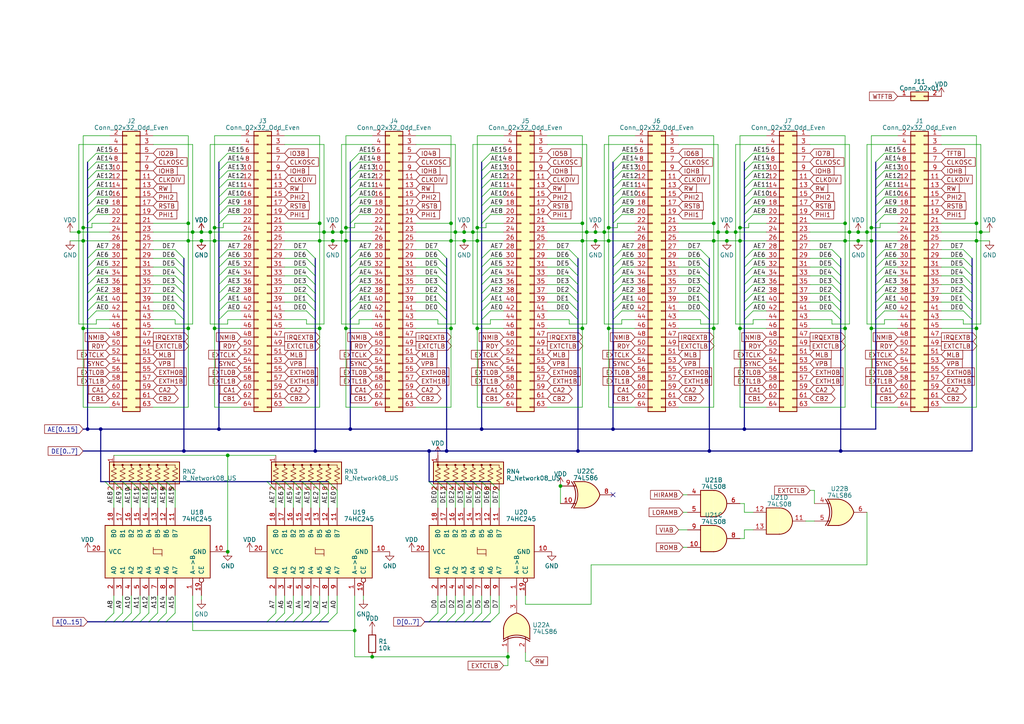
<source format=kicad_sch>
(kicad_sch (version 20230121) (generator eeschema)
  (paper "A4")
  (junction (at 96.52 69.85))
  (junction (at 92.71 95.25))
  (junction (at 55.88 67.31))
  (junction (at 245.11 64.77))
  (junction (at 24.13 95.25))
  (junction (at 132.08 67.31))
  (junction (at 53.34 130.81))
  (junction (at 245.11 69.85))
  (junction (at 207.01 69.85))
  (junction (at 172.72 67.31))
  (junction (at 134.62 69.85))
  (junction (at 130.81 64.77))
  (junction (at 91.44 130.81))
  (junction (at 243.84 130.81))
  (junction (at 102.87 182.88))
  (junction (at 248.92 67.31))
  (junction (at 177.8 124.46))
  (junction (at 63.5 124.46))
  (junction (at 54.61 64.77))
  (junction (at 99.06 67.31))
  (junction (at 130.81 69.85))
  (junction (at 147.32 190.5))
  (junction (at 96.52 67.31))
  (junction (at 62.23 66.04))
  (junction (at 210.82 69.85))
  (junction (at 283.21 64.77))
  (junction (at 66.04 160.02))
  (junction (at 208.28 67.31))
  (junction (at 168.91 95.25))
  (junction (at 100.33 66.04))
  (junction (at 29.21 124.46))
  (junction (at 138.43 95.25))
  (junction (at 100.33 69.85))
  (junction (at 245.11 95.25))
  (junction (at 176.53 69.85))
  (junction (at 167.64 130.81))
  (junction (at 54.61 95.25))
  (junction (at 215.9 124.46))
  (junction (at 22.86 67.31))
  (junction (at 129.54 130.81))
  (junction (at 252.73 69.85))
  (junction (at 207.01 64.77))
  (junction (at 138.43 66.04))
  (junction (at 134.62 67.31))
  (junction (at 168.91 69.85))
  (junction (at 176.53 95.25))
  (junction (at 205.74 130.81))
  (junction (at 107.95 190.5))
  (junction (at 172.72 69.85))
  (junction (at 66.04 132.08))
  (junction (at 58.42 67.31))
  (junction (at 210.82 67.31))
  (junction (at 62.23 69.85))
  (junction (at 207.01 95.25))
  (junction (at 248.92 69.85))
  (junction (at 252.73 66.04))
  (junction (at 92.71 64.77))
  (junction (at 101.6 124.46))
  (junction (at 170.18 67.31))
  (junction (at 214.63 69.85))
  (junction (at 24.13 66.04))
  (junction (at 58.42 69.85))
  (junction (at 252.73 95.25))
  (junction (at 214.63 95.25))
  (junction (at 213.36 67.31))
  (junction (at 251.46 67.31))
  (junction (at 92.71 69.85))
  (junction (at 60.96 67.31))
  (junction (at 62.23 95.25))
  (junction (at 162.56 140.97))
  (junction (at 283.21 95.25))
  (junction (at 214.63 66.04))
  (junction (at 130.81 95.25))
  (junction (at 175.26 67.31))
  (junction (at 54.61 69.85))
  (junction (at 24.13 69.85))
  (junction (at 168.91 64.77))
  (junction (at 138.43 69.85))
  (junction (at 176.53 66.04))
  (junction (at 284.48 67.31))
  (junction (at 93.98 67.31))
  (junction (at 283.21 69.85))
  (junction (at 25.4 124.46))
  (junction (at 246.38 67.31))
  (junction (at 137.16 67.31))
  (junction (at 139.7 124.46))
  (junction (at 124.46 130.81))
  (junction (at 100.33 95.25))
  (no_connect (at 177.8 143.51))
  (bus_entry (at 45.72 180.34) (size 2.54 -2.54))
  (bus_entry (at 177.8 77.47) (size 2.54 -2.54))
  (bus_entry (at 139.7 87.63) (size 2.54 -2.54))
  (bus_entry (at 25.4 52.07) (size 2.54 -2.54))
  (bus_entry (at 25.4 77.47) (size 2.54 -2.54))
  (bus_entry (at 167.64 90.17) (size -2.54 -2.54))
  (bus_entry (at 124.46 180.34) (size 2.54 -2.54))
  (bus_entry (at 63.5 52.07) (size 2.54 -2.54))
  (bus_entry (at 85.09 180.34) (size 2.54 -2.54))
  (bus_entry (at 124.46 139.7) (size 2.54 2.54))
  (bus_entry (at 53.34 82.55) (size -2.54 -2.54))
  (bus_entry (at 53.34 85.09) (size -2.54 -2.54))
  (bus_entry (at 215.9 80.01) (size 2.54 -2.54))
  (bus_entry (at 254 87.63) (size 2.54 -2.54))
  (bus_entry (at 139.7 64.77) (size 2.54 -2.54))
  (bus_entry (at 139.7 74.93) (size 2.54 -2.54))
  (bus_entry (at 90.17 180.34) (size 2.54 -2.54))
  (bus_entry (at 243.84 90.17) (size -2.54 -2.54))
  (bus_entry (at 63.5 49.53) (size 2.54 -2.54))
  (bus_entry (at 243.84 82.55) (size -2.54 -2.54))
  (bus_entry (at 25.4 62.23) (size 2.54 -2.54))
  (bus_entry (at 215.9 57.15) (size 2.54 -2.54))
  (bus_entry (at 281.94 87.63) (size -2.54 -2.54))
  (bus_entry (at 281.94 85.09) (size -2.54 -2.54))
  (bus_entry (at 139.7 54.61) (size 2.54 -2.54))
  (bus_entry (at 25.4 64.77) (size 2.54 -2.54))
  (bus_entry (at 101.6 90.17) (size 2.54 -2.54))
  (bus_entry (at 91.44 92.71) (size -2.54 -2.54))
  (bus_entry (at 254 54.61) (size 2.54 -2.54))
  (bus_entry (at 77.47 180.34) (size 2.54 -2.54))
  (bus_entry (at 127 139.7) (size 2.54 2.54))
  (bus_entry (at 25.4 46.99) (size 2.54 -2.54))
  (bus_entry (at 177.8 59.69) (size 2.54 -2.54))
  (bus_entry (at 254 57.15) (size 2.54 -2.54))
  (bus_entry (at 243.84 80.01) (size -2.54 -2.54))
  (bus_entry (at 101.6 64.77) (size 2.54 -2.54))
  (bus_entry (at 215.9 49.53) (size 2.54 -2.54))
  (bus_entry (at 215.9 64.77) (size 2.54 -2.54))
  (bus_entry (at 63.5 82.55) (size 2.54 -2.54))
  (bus_entry (at 205.74 77.47) (size -2.54 -2.54))
  (bus_entry (at 25.4 57.15) (size 2.54 -2.54))
  (bus_entry (at 254 52.07) (size 2.54 -2.54))
  (bus_entry (at 63.5 46.99) (size 2.54 -2.54))
  (bus_entry (at 134.62 139.7) (size 2.54 2.54))
  (bus_entry (at 254 59.69) (size 2.54 -2.54))
  (bus_entry (at 254 49.53) (size 2.54 -2.54))
  (bus_entry (at 53.34 90.17) (size -2.54 -2.54))
  (bus_entry (at 129.54 92.71) (size -2.54 -2.54))
  (bus_entry (at 25.4 49.53) (size 2.54 -2.54))
  (bus_entry (at 254 82.55) (size 2.54 -2.54))
  (bus_entry (at 63.5 77.47) (size 2.54 -2.54))
  (bus_entry (at 63.5 90.17) (size 2.54 -2.54))
  (bus_entry (at 101.6 77.47) (size 2.54 -2.54))
  (bus_entry (at 43.18 180.34) (size 2.54 -2.54))
  (bus_entry (at 177.8 92.71) (size 2.54 -2.54))
  (bus_entry (at 82.55 180.34) (size 2.54 -2.54))
  (bus_entry (at 38.1 139.7) (size 2.54 2.54))
  (bus_entry (at 48.26 180.34) (size 2.54 -2.54))
  (bus_entry (at 177.8 64.77) (size 2.54 -2.54))
  (bus_entry (at 177.8 46.99) (size 2.54 -2.54))
  (bus_entry (at 53.34 87.63) (size -2.54 -2.54))
  (bus_entry (at 139.7 49.53) (size 2.54 -2.54))
  (bus_entry (at 91.44 87.63) (size -2.54 -2.54))
  (bus_entry (at 45.72 139.7) (size 2.54 2.54))
  (bus_entry (at 129.54 77.47) (size -2.54 -2.54))
  (bus_entry (at 132.08 180.34) (size 2.54 -2.54))
  (bus_entry (at 243.84 92.71) (size -2.54 -2.54))
  (bus_entry (at 254 74.93) (size 2.54 -2.54))
  (bus_entry (at 129.54 87.63) (size -2.54 -2.54))
  (bus_entry (at 101.6 59.69) (size 2.54 -2.54))
  (bus_entry (at 63.5 92.71) (size 2.54 -2.54))
  (bus_entry (at 33.02 180.34) (size 2.54 -2.54))
  (bus_entry (at 101.6 80.01) (size 2.54 -2.54))
  (bus_entry (at 177.8 87.63) (size 2.54 -2.54))
  (bus_entry (at 63.5 87.63) (size 2.54 -2.54))
  (bus_entry (at 129.54 82.55) (size -2.54 -2.54))
  (bus_entry (at 137.16 180.34) (size 2.54 -2.54))
  (bus_entry (at 254 85.09) (size 2.54 -2.54))
  (bus_entry (at 25.4 90.17) (size 2.54 -2.54))
  (bus_entry (at 215.9 90.17) (size 2.54 -2.54))
  (bus_entry (at 139.7 59.69) (size 2.54 -2.54))
  (bus_entry (at 177.8 85.09) (size 2.54 -2.54))
  (bus_entry (at 95.25 180.34) (size 2.54 -2.54))
  (bus_entry (at 177.8 52.07) (size 2.54 -2.54))
  (bus_entry (at 127 180.34) (size 2.54 -2.54))
  (bus_entry (at 205.74 80.01) (size -2.54 -2.54))
  (bus_entry (at 63.5 54.61) (size 2.54 -2.54))
  (bus_entry (at 80.01 139.7) (size 2.54 2.54))
  (bus_entry (at 205.74 90.17) (size -2.54 -2.54))
  (bus_entry (at 25.4 74.93) (size 2.54 -2.54))
  (bus_entry (at 139.7 82.55) (size 2.54 -2.54))
  (bus_entry (at 101.6 85.09) (size 2.54 -2.54))
  (bus_entry (at 91.44 74.93) (size -2.54 -2.54))
  (bus_entry (at 48.26 139.7) (size 2.54 2.54))
  (bus_entry (at 25.4 54.61) (size 2.54 -2.54))
  (bus_entry (at 281.94 80.01) (size -2.54 -2.54))
  (bus_entry (at 139.7 92.71) (size 2.54 -2.54))
  (bus_entry (at 101.6 57.15) (size 2.54 -2.54))
  (bus_entry (at 215.9 92.71) (size 2.54 -2.54))
  (bus_entry (at 243.84 77.47) (size -2.54 -2.54))
  (bus_entry (at 167.64 87.63) (size -2.54 -2.54))
  (bus_entry (at 53.34 77.47) (size -2.54 -2.54))
  (bus_entry (at 91.44 82.55) (size -2.54 -2.54))
  (bus_entry (at 101.6 92.71) (size 2.54 -2.54))
  (bus_entry (at 243.84 87.63) (size -2.54 -2.54))
  (bus_entry (at 281.94 77.47) (size -2.54 -2.54))
  (bus_entry (at 215.9 74.93) (size 2.54 -2.54))
  (bus_entry (at 35.56 139.7) (size 2.54 2.54))
  (bus_entry (at 139.7 90.17) (size 2.54 -2.54))
  (bus_entry (at 85.09 139.7) (size 2.54 2.54))
  (bus_entry (at 177.8 90.17) (size 2.54 -2.54))
  (bus_entry (at 77.47 139.7) (size 2.54 2.54))
  (bus_entry (at 129.54 85.09) (size -2.54 -2.54))
  (bus_entry (at 43.18 139.7) (size 2.54 2.54))
  (bus_entry (at 139.7 180.34) (size 2.54 -2.54))
  (bus_entry (at 91.44 85.09) (size -2.54 -2.54))
  (bus_entry (at 281.94 90.17) (size -2.54 -2.54))
  (bus_entry (at 25.4 92.71) (size 2.54 -2.54))
  (bus_entry (at 254 90.17) (size 2.54 -2.54))
  (bus_entry (at 53.34 92.71) (size -2.54 -2.54))
  (bus_entry (at 167.64 74.93) (size -2.54 -2.54))
  (bus_entry (at 30.48 139.7) (size 2.54 2.54))
  (bus_entry (at 167.64 77.47) (size -2.54 -2.54))
  (bus_entry (at 215.9 46.99) (size 2.54 -2.54))
  (bus_entry (at 63.5 59.69) (size 2.54 -2.54))
  (bus_entry (at 139.7 52.07) (size 2.54 -2.54))
  (bus_entry (at 177.8 57.15) (size 2.54 -2.54))
  (bus_entry (at 101.6 82.55) (size 2.54 -2.54))
  (bus_entry (at 53.34 80.01) (size -2.54 -2.54))
  (bus_entry (at 33.02 139.7) (size 2.54 2.54))
  (bus_entry (at 30.48 180.34) (size 2.54 -2.54))
  (bus_entry (at 205.74 85.09) (size -2.54 -2.54))
  (bus_entry (at 101.6 54.61) (size 2.54 -2.54))
  (bus_entry (at 139.7 139.7) (size 2.54 2.54))
  (bus_entry (at 215.9 87.63) (size 2.54 -2.54))
  (bus_entry (at 63.5 64.77) (size 2.54 -2.54))
  (bus_entry (at 25.4 87.63) (size 2.54 -2.54))
  (bus_entry (at 90.17 139.7) (size 2.54 2.54))
  (bus_entry (at 87.63 180.34) (size 2.54 -2.54))
  (bus_entry (at 139.7 62.23) (size 2.54 -2.54))
  (bus_entry (at 254 62.23) (size 2.54 -2.54))
  (bus_entry (at 134.62 180.34) (size 2.54 -2.54))
  (bus_entry (at 177.8 62.23) (size 2.54 -2.54))
  (bus_entry (at 215.9 82.55) (size 2.54 -2.54))
  (bus_entry (at 139.7 77.47) (size 2.54 -2.54))
  (bus_entry (at 205.74 74.93) (size -2.54 -2.54))
  (bus_entry (at 139.7 85.09) (size 2.54 -2.54))
  (bus_entry (at 243.84 74.93) (size -2.54 -2.54))
  (bus_entry (at 281.94 74.93) (size -2.54 -2.54))
  (bus_entry (at 215.9 77.47) (size 2.54 -2.54))
  (bus_entry (at 87.63 139.7) (size 2.54 2.54))
  (bus_entry (at 129.54 90.17) (size -2.54 -2.54))
  (bus_entry (at 139.7 80.01) (size 2.54 -2.54))
  (bus_entry (at 215.9 85.09) (size 2.54 -2.54))
  (bus_entry (at 177.8 54.61) (size 2.54 -2.54))
  (bus_entry (at 215.9 62.23) (size 2.54 -2.54))
  (bus_entry (at 254 46.99) (size 2.54 -2.54))
  (bus_entry (at 177.8 80.01) (size 2.54 -2.54))
  (bus_entry (at 63.5 80.01) (size 2.54 -2.54))
  (bus_entry (at 40.64 139.7) (size 2.54 2.54))
  (bus_entry (at 63.5 57.15) (size 2.54 -2.54))
  (bus_entry (at 101.6 49.53) (size 2.54 -2.54))
  (bus_entry (at 35.56 180.34) (size 2.54 -2.54))
  (bus_entry (at 129.54 80.01) (size -2.54 -2.54))
  (bus_entry (at 137.16 139.7) (size 2.54 2.54))
  (bus_entry (at 167.64 92.71) (size -2.54 -2.54))
  (bus_entry (at 25.4 80.01) (size 2.54 -2.54))
  (bus_entry (at 101.6 52.07) (size 2.54 -2.54))
  (bus_entry (at 91.44 90.17) (size -2.54 -2.54))
  (bus_entry (at 38.1 180.34) (size 2.54 -2.54))
  (bus_entry (at 177.8 49.53) (size 2.54 -2.54))
  (bus_entry (at 254 92.71) (size 2.54 -2.54))
  (bus_entry (at 254 80.01) (size 2.54 -2.54))
  (bus_entry (at 254 64.77) (size 2.54 -2.54))
  (bus_entry (at 142.24 180.34) (size 2.54 -2.54))
  (bus_entry (at 139.7 46.99) (size 2.54 -2.54))
  (bus_entry (at 101.6 46.99) (size 2.54 -2.54))
  (bus_entry (at 281.94 92.71) (size -2.54 -2.54))
  (bus_entry (at 139.7 57.15) (size 2.54 -2.54))
  (bus_entry (at 63.5 62.23) (size 2.54 -2.54))
  (bus_entry (at 25.4 85.09) (size 2.54 -2.54))
  (bus_entry (at 101.6 74.93) (size 2.54 -2.54))
  (bus_entry (at 92.71 180.34) (size 2.54 -2.54))
  (bus_entry (at 25.4 82.55) (size 2.54 -2.54))
  (bus_entry (at 91.44 80.01) (size -2.54 -2.54))
  (bus_entry (at 167.64 80.01) (size -2.54 -2.54))
  (bus_entry (at 177.8 74.93) (size 2.54 -2.54))
  (bus_entry (at 101.6 87.63) (size 2.54 -2.54))
  (bus_entry (at 40.64 180.34) (size 2.54 -2.54))
  (bus_entry (at 80.01 180.34) (size 2.54 -2.54))
  (bus_entry (at 25.4 59.69) (size 2.54 -2.54))
  (bus_entry (at 254 77.47) (size 2.54 -2.54))
  (bus_entry (at 215.9 59.69) (size 2.54 -2.54))
  (bus_entry (at 92.71 139.7) (size 2.54 2.54))
  (bus_entry (at 167.64 85.09) (size -2.54 -2.54))
  (bus_entry (at 205.74 92.71) (size -2.54 -2.54))
  (bus_entry (at 177.8 82.55) (size 2.54 -2.54))
  (bus_entry (at 53.34 74.93) (size -2.54 -2.54))
  (bus_entry (at 82.55 139.7) (size 2.54 2.54))
  (bus_entry (at 129.54 180.34) (size 2.54 -2.54))
  (bus_entry (at 101.6 62.23) (size 2.54 -2.54))
  (bus_entry (at 142.24 139.7) (size 2.54 2.54))
  (bus_entry (at 205.74 87.63) (size -2.54 -2.54))
  (bus_entry (at 215.9 54.61) (size 2.54 -2.54))
  (bus_entry (at 281.94 82.55) (size -2.54 -2.54))
  (bus_entry (at 129.54 74.93) (size -2.54 -2.54))
  (bus_entry (at 91.44 77.47) (size -2.54 -2.54))
  (bus_entry (at 63.5 74.93) (size 2.54 -2.54))
  (bus_entry (at 95.25 139.7) (size 2.54 2.54))
  (bus_entry (at 243.84 85.09) (size -2.54 -2.54))
  (bus_entry (at 129.54 139.7) (size 2.54 2.54))
  (bus_entry (at 215.9 52.07) (size 2.54 -2.54))
  (bus_entry (at 132.08 139.7) (size 2.54 2.54))
  (bus_entry (at 63.5 85.09) (size 2.54 -2.54))
  (bus_entry (at 205.74 82.55) (size -2.54 -2.54))
  (bus_entry (at 167.64 82.55) (size -2.54 -2.54))
  (wire (pts (xy 137.16 67.31) (xy 146.05 67.31)))
  (wire (pts (xy 66.04 46.99) (xy 69.85 46.99)))
  (wire (pts (xy 82.55 85.09) (xy 88.9 85.09)))
  (wire (pts (xy 176.53 66.04) (xy 179.07 66.04)))
  (bus (pts (xy 63.5 49.53) (xy 63.5 52.07)))
  (bus (pts (xy 48.26 180.34) (xy 77.47 180.34)))
  (wire (pts (xy 44.45 77.47) (xy 50.8 77.47)))
  (wire (pts (xy 245.11 95.25) (xy 245.11 69.85)))
  (bus (pts (xy 167.64 130.81) (xy 167.64 92.71)))
  (wire (pts (xy 27.94 80.01) (xy 31.75 80.01)))
  (bus (pts (xy 48.26 139.7) (xy 77.47 139.7)))
  (wire (pts (xy 171.45 163.83) (xy 171.45 175.26)))
  (wire (pts (xy 180.34 62.23) (xy 184.15 62.23)))
  (wire (pts (xy 104.14 49.53) (xy 107.95 49.53)))
  (wire (pts (xy 142.24 80.01) (xy 146.05 80.01)))
  (wire (pts (xy 196.85 72.39) (xy 203.2 72.39)))
  (wire (pts (xy 218.44 72.39) (xy 222.25 72.39)))
  (wire (pts (xy 218.44 57.15) (xy 222.25 57.15)))
  (wire (pts (xy 24.13 39.37) (xy 24.13 66.04)))
  (wire (pts (xy 273.05 74.93) (xy 279.4 74.93)))
  (wire (pts (xy 153.67 191.77) (xy 152.4 191.77)))
  (wire (pts (xy 132.08 172.72) (xy 132.08 177.8)))
  (wire (pts (xy 142.24 82.55) (xy 146.05 82.55)))
  (bus (pts (xy 243.84 87.63) (xy 243.84 90.17)))
  (wire (pts (xy 234.95 87.63) (xy 241.3 87.63)))
  (bus (pts (xy 205.74 85.09) (xy 205.74 87.63)))
  (wire (pts (xy 33.02 172.72) (xy 33.02 177.8)))
  (bus (pts (xy 91.44 74.93) (xy 91.44 77.47)))
  (wire (pts (xy 256.54 82.55) (xy 260.35 82.55)))
  (wire (pts (xy 24.13 69.85) (xy 20.32 69.85)))
  (bus (pts (xy 177.8 49.53) (xy 177.8 52.07)))
  (wire (pts (xy 66.04 90.17) (xy 69.85 90.17)))
  (bus (pts (xy 205.74 90.17) (xy 205.74 92.71)))
  (wire (pts (xy 60.96 41.91) (xy 69.85 41.91)))
  (wire (pts (xy 95.25 172.72) (xy 95.25 177.8)))
  (wire (pts (xy 217.17 64.77) (xy 222.25 64.77)))
  (bus (pts (xy 243.84 85.09) (xy 243.84 87.63)))
  (wire (pts (xy 54.61 95.25) (xy 54.61 118.11)))
  (wire (pts (xy 24.13 39.37) (xy 31.75 39.37)))
  (wire (pts (xy 158.75 67.31) (xy 170.18 67.31)))
  (bus (pts (xy 205.74 130.81) (xy 243.84 130.81)))
  (bus (pts (xy 91.44 130.81) (xy 124.46 130.81)))
  (wire (pts (xy 24.13 69.85) (xy 24.13 95.25)))
  (bus (pts (xy 139.7 52.07) (xy 139.7 54.61)))
  (wire (pts (xy 256.54 49.53) (xy 260.35 49.53)))
  (bus (pts (xy 29.21 124.46) (xy 25.4 124.46)))
  (wire (pts (xy 180.34 59.69) (xy 184.15 59.69)))
  (wire (pts (xy 54.61 39.37) (xy 44.45 39.37)))
  (wire (pts (xy 256.54 77.47) (xy 260.35 77.47)))
  (wire (pts (xy 132.08 67.31) (xy 132.08 93.98)))
  (wire (pts (xy 66.04 54.61) (xy 69.85 54.61)))
  (bus (pts (xy 139.7 82.55) (xy 139.7 85.09)))
  (bus (pts (xy 137.16 180.34) (xy 139.7 180.34)))
  (wire (pts (xy 283.21 69.85) (xy 287.02 69.85)))
  (wire (pts (xy 104.14 62.23) (xy 107.95 62.23)))
  (bus (pts (xy 127 139.7) (xy 129.54 139.7)))
  (wire (pts (xy 33.02 142.24) (xy 33.02 147.32)))
  (wire (pts (xy 218.44 93.98) (xy 218.44 92.71)))
  (wire (pts (xy 256.54 46.99) (xy 260.35 46.99)))
  (bus (pts (xy 53.34 85.09) (xy 53.34 87.63)))
  (wire (pts (xy 214.63 66.04) (xy 214.63 69.85)))
  (wire (pts (xy 104.14 44.45) (xy 107.95 44.45)))
  (wire (pts (xy 234.95 74.93) (xy 241.3 74.93)))
  (bus (pts (xy 92.71 180.34) (xy 95.25 180.34)))
  (bus (pts (xy 101.6 124.46) (xy 101.6 92.71)))
  (wire (pts (xy 256.54 87.63) (xy 260.35 87.63)))
  (wire (pts (xy 248.92 67.31) (xy 251.46 67.31)))
  (wire (pts (xy 142.24 49.53) (xy 146.05 49.53)))
  (wire (pts (xy 24.13 69.85) (xy 31.75 69.85)))
  (wire (pts (xy 48.26 142.24) (xy 48.26 147.32)))
  (wire (pts (xy 273.05 77.47) (xy 279.4 77.47)))
  (bus (pts (xy 129.54 130.81) (xy 167.64 130.81)))
  (wire (pts (xy 180.34 54.61) (xy 184.15 54.61)))
  (wire (pts (xy 62.23 69.85) (xy 58.42 69.85)))
  (wire (pts (xy 27.94 59.69) (xy 31.75 59.69)))
  (wire (pts (xy 142.24 142.24) (xy 142.24 147.32)))
  (bus (pts (xy 33.02 180.34) (xy 35.56 180.34)))
  (wire (pts (xy 88.9 93.98) (xy 93.98 93.98)))
  (wire (pts (xy 44.45 82.55) (xy 50.8 82.55)))
  (wire (pts (xy 283.21 118.11) (xy 273.05 118.11)))
  (wire (pts (xy 142.24 85.09) (xy 146.05 85.09)))
  (wire (pts (xy 134.62 172.72) (xy 134.62 177.8)))
  (wire (pts (xy 251.46 67.31) (xy 260.35 67.31)))
  (wire (pts (xy 104.14 87.63) (xy 107.95 87.63)))
  (wire (pts (xy 100.33 69.85) (xy 107.95 69.85)))
  (bus (pts (xy 38.1 180.34) (xy 40.64 180.34)))
  (wire (pts (xy 218.44 74.93) (xy 222.25 74.93)))
  (bus (pts (xy 129.54 77.47) (xy 129.54 80.01)))
  (wire (pts (xy 210.82 67.31) (xy 213.36 67.31)))
  (wire (pts (xy 256.54 62.23) (xy 260.35 62.23)))
  (wire (pts (xy 198.12 148.59) (xy 199.39 148.59)))
  (bus (pts (xy 25.4 54.61) (xy 25.4 57.15)))
  (bus (pts (xy 177.8 124.46) (xy 215.9 124.46)))
  (bus (pts (xy 177.8 62.23) (xy 177.8 64.77)))
  (wire (pts (xy 137.16 142.24) (xy 137.16 147.32)))
  (wire (pts (xy 138.43 118.11) (xy 138.43 95.25)))
  (wire (pts (xy 82.55 72.39) (xy 88.9 72.39)))
  (bus (pts (xy 281.94 85.09) (xy 281.94 87.63)))
  (wire (pts (xy 180.34 90.17) (xy 184.15 90.17)))
  (wire (pts (xy 58.42 67.31) (xy 60.96 67.31)))
  (wire (pts (xy 62.23 95.25) (xy 69.85 95.25)))
  (wire (pts (xy 215.9 153.67) (xy 218.44 153.67)))
  (wire (pts (xy 26.67 64.77) (xy 31.75 64.77)))
  (bus (pts (xy 137.16 139.7) (xy 139.7 139.7)))
  (wire (pts (xy 92.71 39.37) (xy 82.55 39.37)))
  (wire (pts (xy 27.94 49.53) (xy 31.75 49.53)))
  (wire (pts (xy 88.9 92.71) (xy 88.9 93.98)))
  (bus (pts (xy 139.7 90.17) (xy 139.7 92.71)))
  (wire (pts (xy 127 172.72) (xy 127 177.8)))
  (bus (pts (xy 25.4 90.17) (xy 25.4 92.71)))
  (bus (pts (xy 139.7 124.46) (xy 177.8 124.46)))
  (wire (pts (xy 208.28 41.91) (xy 196.85 41.91)))
  (wire (pts (xy 99.06 67.31) (xy 99.06 93.98)))
  (wire (pts (xy 99.06 67.31) (xy 107.95 67.31)))
  (wire (pts (xy 158.75 92.71) (xy 165.1 92.71)))
  (bus (pts (xy 101.6 62.23) (xy 101.6 64.77)))
  (bus (pts (xy 91.44 77.47) (xy 91.44 80.01)))
  (wire (pts (xy 214.63 39.37) (xy 222.25 39.37)))
  (bus (pts (xy 177.8 74.93) (xy 177.8 77.47)))
  (wire (pts (xy 218.44 85.09) (xy 222.25 85.09)))
  (wire (pts (xy 50.8 93.98) (xy 55.88 93.98)))
  (wire (pts (xy 120.65 80.01) (xy 127 80.01)))
  (bus (pts (xy 205.74 130.81) (xy 167.64 130.81)))
  (bus (pts (xy 215.9 54.61) (xy 215.9 57.15)))
  (wire (pts (xy 168.91 64.77) (xy 168.91 69.85)))
  (bus (pts (xy 129.54 74.93) (xy 129.54 77.47)))
  (wire (pts (xy 172.72 67.31) (xy 175.26 67.31)))
  (wire (pts (xy 246.38 67.31) (xy 246.38 41.91)))
  (wire (pts (xy 92.71 69.85) (xy 82.55 69.85)))
  (bus (pts (xy 129.54 130.81) (xy 129.54 92.71)))
  (wire (pts (xy 104.14 77.47) (xy 107.95 77.47)))
  (wire (pts (xy 252.73 39.37) (xy 252.73 66.04)))
  (wire (pts (xy 82.55 95.25) (xy 92.71 95.25)))
  (bus (pts (xy 45.72 139.7) (xy 48.26 139.7)))
  (wire (pts (xy 180.34 52.07) (xy 184.15 52.07)))
  (wire (pts (xy 158.75 90.17) (xy 165.1 90.17)))
  (wire (pts (xy 256.54 54.61) (xy 260.35 54.61)))
  (wire (pts (xy 234.95 85.09) (xy 241.3 85.09)))
  (wire (pts (xy 120.65 90.17) (xy 127 90.17)))
  (wire (pts (xy 158.75 82.55) (xy 165.1 82.55)))
  (wire (pts (xy 214.63 39.37) (xy 214.63 66.04)))
  (wire (pts (xy 175.26 67.31) (xy 175.26 93.98)))
  (wire (pts (xy 180.34 72.39) (xy 184.15 72.39)))
  (wire (pts (xy 102.87 64.77) (xy 107.95 64.77)))
  (wire (pts (xy 120.65 72.39) (xy 127 72.39)))
  (wire (pts (xy 256.54 57.15) (xy 260.35 57.15)))
  (wire (pts (xy 26.67 66.04) (xy 26.67 64.77)))
  (bus (pts (xy 254 82.55) (xy 254 85.09)))
  (wire (pts (xy 256.54 44.45) (xy 260.35 44.45)))
  (wire (pts (xy 284.48 41.91) (xy 273.05 41.91)))
  (wire (pts (xy 196.85 153.67) (xy 199.39 153.67)))
  (wire (pts (xy 142.24 92.71) (xy 146.05 92.71)))
  (wire (pts (xy 252.73 69.85) (xy 248.92 69.85)))
  (wire (pts (xy 104.14 72.39) (xy 107.95 72.39)))
  (bus (pts (xy 139.7 62.23) (xy 139.7 64.77)))
  (wire (pts (xy 251.46 93.98) (xy 256.54 93.98)))
  (wire (pts (xy 256.54 72.39) (xy 260.35 72.39)))
  (wire (pts (xy 62.23 39.37) (xy 69.85 39.37)))
  (bus (pts (xy 40.64 139.7) (xy 43.18 139.7)))
  (wire (pts (xy 176.53 39.37) (xy 184.15 39.37)))
  (wire (pts (xy 273.05 72.39) (xy 279.4 72.39)))
  (bus (pts (xy 254 52.07) (xy 254 54.61)))
  (wire (pts (xy 35.56 172.72) (xy 35.56 177.8)))
  (wire (pts (xy 180.34 82.55) (xy 184.15 82.55)))
  (wire (pts (xy 149.86 172.72) (xy 149.86 173.99)))
  (wire (pts (xy 130.81 39.37) (xy 120.65 39.37)))
  (wire (pts (xy 44.45 64.77) (xy 54.61 64.77)))
  (wire (pts (xy 104.14 54.61) (xy 107.95 54.61)))
  (bus (pts (xy 63.5 85.09) (xy 63.5 87.63)))
  (wire (pts (xy 27.94 87.63) (xy 31.75 87.63)))
  (wire (pts (xy 60.96 93.98) (xy 66.04 93.98)))
  (wire (pts (xy 279.4 93.98) (xy 284.48 93.98)))
  (wire (pts (xy 158.75 87.63) (xy 165.1 87.63)))
  (bus (pts (xy 129.54 85.09) (xy 129.54 87.63)))
  (bus (pts (xy 243.84 82.55) (xy 243.84 85.09)))
  (wire (pts (xy 82.55 64.77) (xy 92.71 64.77)))
  (bus (pts (xy 91.44 85.09) (xy 91.44 87.63)))
  (wire (pts (xy 82.55 82.55) (xy 88.9 82.55)))
  (bus (pts (xy 25.4 92.71) (xy 25.4 124.46)))
  (wire (pts (xy 234.95 72.39) (xy 241.3 72.39)))
  (wire (pts (xy 170.18 67.31) (xy 170.18 93.98)))
  (wire (pts (xy 168.91 69.85) (xy 172.72 69.85)))
  (wire (pts (xy 85.09 142.24) (xy 85.09 147.32)))
  (wire (pts (xy 203.2 93.98) (xy 208.28 93.98)))
  (wire (pts (xy 55.88 182.88) (xy 102.87 182.88)))
  (wire (pts (xy 207.01 64.77) (xy 207.01 39.37)))
  (bus (pts (xy 25.4 74.93) (xy 25.4 77.47)))
  (wire (pts (xy 104.14 80.01) (xy 107.95 80.01)))
  (wire (pts (xy 66.04 74.93) (xy 69.85 74.93)))
  (wire (pts (xy 22.86 93.98) (xy 27.94 93.98)))
  (bus (pts (xy 90.17 180.34) (xy 92.71 180.34)))
  (bus (pts (xy 91.44 82.55) (xy 91.44 85.09)))
  (bus (pts (xy 123.19 180.34) (xy 124.46 180.34)))
  (bus (pts (xy 139.7 124.46) (xy 139.7 92.71)))
  (wire (pts (xy 82.55 74.93) (xy 88.9 74.93)))
  (bus (pts (xy 215.9 77.47) (xy 215.9 80.01)))
  (wire (pts (xy 176.53 69.85) (xy 172.72 69.85)))
  (wire (pts (xy 180.34 77.47) (xy 184.15 77.47)))
  (wire (pts (xy 158.75 80.01) (xy 165.1 80.01)))
  (wire (pts (xy 138.43 66.04) (xy 138.43 69.85)))
  (wire (pts (xy 196.85 67.31) (xy 208.28 67.31)))
  (wire (pts (xy 152.4 191.77) (xy 152.4 189.23)))
  (bus (pts (xy 139.7 57.15) (xy 139.7 59.69)))
  (wire (pts (xy 213.36 67.31) (xy 222.25 67.31)))
  (wire (pts (xy 218.44 77.47) (xy 222.25 77.47)))
  (bus (pts (xy 25.4 62.23) (xy 25.4 64.77)))
  (wire (pts (xy 92.71 142.24) (xy 92.71 147.32)))
  (wire (pts (xy 66.04 62.23) (xy 69.85 62.23)))
  (bus (pts (xy 281.94 77.47) (xy 281.94 80.01)))
  (wire (pts (xy 142.24 72.39) (xy 146.05 72.39)))
  (bus (pts (xy 177.8 85.09) (xy 177.8 87.63)))
  (bus (pts (xy 139.7 139.7) (xy 142.24 139.7)))
  (wire (pts (xy 218.44 49.53) (xy 222.25 49.53)))
  (bus (pts (xy 177.8 52.07) (xy 177.8 54.61)))
  (bus (pts (xy 132.08 139.7) (xy 134.62 139.7)))
  (wire (pts (xy 27.94 46.99) (xy 31.75 46.99)))
  (bus (pts (xy 124.46 130.81) (xy 129.54 130.81)))
  (wire (pts (xy 85.09 172.72) (xy 85.09 177.8)))
  (bus (pts (xy 124.46 130.81) (xy 124.46 139.7)))
  (wire (pts (xy 252.73 69.85) (xy 260.35 69.85)))
  (wire (pts (xy 130.81 64.77) (xy 130.81 69.85)))
  (wire (pts (xy 138.43 66.04) (xy 140.97 66.04)))
  (bus (pts (xy 139.7 85.09) (xy 139.7 87.63)))
  (wire (pts (xy 175.26 93.98) (xy 180.34 93.98)))
  (bus (pts (xy 177.8 90.17) (xy 177.8 92.71)))
  (wire (pts (xy 44.45 80.01) (xy 50.8 80.01)))
  (bus (pts (xy 91.44 80.01) (xy 91.44 82.55)))
  (bus (pts (xy 80.01 139.7) (xy 82.55 139.7)))
  (bus (pts (xy 215.9 59.69) (xy 215.9 62.23)))
  (wire (pts (xy 107.95 190.5) (xy 147.32 190.5)))
  (wire (pts (xy 58.42 172.72) (xy 58.42 173.99)))
  (wire (pts (xy 213.36 67.31) (xy 213.36 93.98)))
  (wire (pts (xy 170.18 67.31) (xy 170.18 41.91)))
  (wire (pts (xy 38.1 142.24) (xy 38.1 147.32)))
  (bus (pts (xy 63.5 80.01) (xy 63.5 82.55)))
  (bus (pts (xy 63.5 90.17) (xy 63.5 92.71)))
  (bus (pts (xy 101.6 54.61) (xy 101.6 57.15)))
  (bus (pts (xy 139.7 64.77) (xy 139.7 74.93)))
  (wire (pts (xy 66.04 77.47) (xy 69.85 77.47)))
  (wire (pts (xy 283.21 64.77) (xy 283.21 69.85)))
  (wire (pts (xy 27.94 74.93) (xy 31.75 74.93)))
  (wire (pts (xy 127 93.98) (xy 132.08 93.98)))
  (wire (pts (xy 27.94 85.09) (xy 31.75 85.09)))
  (wire (pts (xy 152.4 175.26) (xy 152.4 172.72)))
  (wire (pts (xy 175.26 67.31) (xy 184.15 67.31)))
  (wire (pts (xy 132.08 67.31) (xy 132.08 41.91)))
  (wire (pts (xy 120.65 74.93) (xy 127 74.93)))
  (bus (pts (xy 80.01 180.34) (xy 82.55 180.34)))
  (wire (pts (xy 54.61 64.77) (xy 54.61 69.85)))
  (wire (pts (xy 104.14 82.55) (xy 107.95 82.55)))
  (bus (pts (xy 25.4 59.69) (xy 25.4 62.23)))
  (wire (pts (xy 43.18 172.72) (xy 43.18 177.8)))
  (wire (pts (xy 66.04 132.08) (xy 66.04 160.02)))
  (wire (pts (xy 44.45 85.09) (xy 50.8 85.09)))
  (wire (pts (xy 198.12 158.75) (xy 199.39 158.75)))
  (wire (pts (xy 245.11 39.37) (xy 234.95 39.37)))
  (bus (pts (xy 129.54 80.01) (xy 129.54 82.55)))
  (bus (pts (xy 167.64 85.09) (xy 167.64 87.63)))
  (wire (pts (xy 96.52 67.31) (xy 99.06 67.31)))
  (bus (pts (xy 38.1 139.7) (xy 40.64 139.7)))
  (wire (pts (xy 87.63 142.24) (xy 87.63 147.32)))
  (wire (pts (xy 176.53 69.85) (xy 184.15 69.85)))
  (wire (pts (xy 95.25 142.24) (xy 95.25 147.32)))
  (wire (pts (xy 248.92 67.31) (xy 246.38 67.31)))
  (bus (pts (xy 77.47 180.34) (xy 80.01 180.34)))
  (wire (pts (xy 104.14 93.98) (xy 104.14 92.71)))
  (wire (pts (xy 138.43 69.85) (xy 134.62 69.85)))
  (wire (pts (xy 44.45 95.25) (xy 54.61 95.25)))
  (wire (pts (xy 132.08 142.24) (xy 132.08 147.32)))
  (wire (pts (xy 234.95 80.01) (xy 241.3 80.01)))
  (wire (pts (xy 142.24 62.23) (xy 146.05 62.23)))
  (bus (pts (xy 43.18 180.34) (xy 45.72 180.34)))
  (wire (pts (xy 207.01 39.37) (xy 196.85 39.37)))
  (wire (pts (xy 44.45 67.31) (xy 55.88 67.31)))
  (wire (pts (xy 62.23 118.11) (xy 69.85 118.11)))
  (wire (pts (xy 92.71 69.85) (xy 96.52 69.85)))
  (bus (pts (xy 101.6 90.17) (xy 101.6 92.71)))
  (wire (pts (xy 134.62 67.31) (xy 132.08 67.31)))
  (wire (pts (xy 208.28 67.31) (xy 208.28 41.91)))
  (wire (pts (xy 207.01 69.85) (xy 196.85 69.85)))
  (bus (pts (xy 215.9 82.55) (xy 215.9 85.09)))
  (wire (pts (xy 251.46 148.59) (xy 251.46 163.83)))
  (wire (pts (xy 283.21 69.85) (xy 273.05 69.85)))
  (bus (pts (xy 25.4 82.55) (xy 25.4 85.09)))
  (bus (pts (xy 281.94 90.17) (xy 281.94 92.71)))
  (wire (pts (xy 104.14 92.71) (xy 107.95 92.71)))
  (bus (pts (xy 90.17 139.7) (xy 92.71 139.7)))
  (wire (pts (xy 218.44 62.23) (xy 222.25 62.23)))
  (wire (pts (xy 44.45 87.63) (xy 50.8 87.63)))
  (wire (pts (xy 213.36 41.91) (xy 222.25 41.91)))
  (wire (pts (xy 147.32 190.5) (xy 147.32 193.04)))
  (bus (pts (xy 205.74 80.01) (xy 205.74 82.55)))
  (bus (pts (xy 63.5 57.15) (xy 63.5 59.69)))
  (wire (pts (xy 104.14 74.93) (xy 107.95 74.93)))
  (bus (pts (xy 92.71 139.7) (xy 95.25 139.7)))
  (wire (pts (xy 100.33 69.85) (xy 96.52 69.85)))
  (wire (pts (xy 273.05 95.25) (xy 283.21 95.25)))
  (wire (pts (xy 196.85 64.77) (xy 207.01 64.77)))
  (bus (pts (xy 205.74 87.63) (xy 205.74 90.17)))
  (bus (pts (xy 243.84 74.93) (xy 243.84 77.47)))
  (wire (pts (xy 175.26 67.31) (xy 175.26 41.91)))
  (wire (pts (xy 100.33 39.37) (xy 107.95 39.37)))
  (wire (pts (xy 256.54 74.93) (xy 260.35 74.93)))
  (wire (pts (xy 246.38 41.91) (xy 234.95 41.91)))
  (bus (pts (xy 134.62 139.7) (xy 137.16 139.7)))
  (bus (pts (xy 205.74 82.55) (xy 205.74 85.09)))
  (bus (pts (xy 53.34 90.17) (xy 53.34 92.71)))
  (wire (pts (xy 129.54 142.24) (xy 129.54 147.32)))
  (bus (pts (xy 139.7 77.47) (xy 139.7 80.01)))
  (wire (pts (xy 55.88 67.31) (xy 55.88 93.98)))
  (wire (pts (xy 252.73 118.11) (xy 252.73 95.25)))
  (wire (pts (xy 138.43 39.37) (xy 138.43 66.04)))
  (wire (pts (xy 27.94 72.39) (xy 31.75 72.39)))
  (wire (pts (xy 35.56 142.24) (xy 35.56 147.32)))
  (wire (pts (xy 256.54 80.01) (xy 260.35 80.01)))
  (wire (pts (xy 24.13 118.11) (xy 24.13 95.25)))
  (wire (pts (xy 127 92.71) (xy 127 93.98)))
  (wire (pts (xy 130.81 64.77) (xy 130.81 39.37)))
  (wire (pts (xy 120.65 92.71) (xy 127 92.71)))
  (bus (pts (xy 53.34 74.93) (xy 53.34 77.47)))
  (bus (pts (xy 63.5 92.71) (xy 63.5 124.46)))
  (wire (pts (xy 66.04 52.07) (xy 69.85 52.07)))
  (wire (pts (xy 213.36 67.31) (xy 213.36 41.91)))
  (bus (pts (xy 53.34 92.71) (xy 53.34 130.81)))
  (wire (pts (xy 140.97 64.77) (xy 146.05 64.77)))
  (wire (pts (xy 137.16 67.31) (xy 137.16 93.98)))
  (wire (pts (xy 40.64 172.72) (xy 40.64 177.8)))
  (wire (pts (xy 207.01 118.11) (xy 196.85 118.11)))
  (bus (pts (xy 205.74 74.93) (xy 205.74 77.47)))
  (wire (pts (xy 27.94 54.61) (xy 31.75 54.61)))
  (bus (pts (xy 254 90.17) (xy 254 92.71)))
  (wire (pts (xy 284.48 67.31) (xy 284.48 41.91)))
  (wire (pts (xy 132.08 41.91) (xy 120.65 41.91)))
  (bus (pts (xy 91.44 130.81) (xy 53.34 130.81)))
  (wire (pts (xy 172.72 67.31) (xy 170.18 67.31)))
  (wire (pts (xy 165.1 92.71) (xy 165.1 93.98)))
  (wire (pts (xy 180.34 49.53) (xy 184.15 49.53)))
  (wire (pts (xy 44.45 92.71) (xy 50.8 92.71)))
  (wire (pts (xy 255.27 66.04) (xy 255.27 64.77)))
  (bus (pts (xy 129.54 87.63) (xy 129.54 90.17)))
  (bus (pts (xy 167.64 82.55) (xy 167.64 85.09)))
  (bus (pts (xy 215.9 124.46) (xy 254 124.46)))
  (wire (pts (xy 196.85 95.25) (xy 207.01 95.25)))
  (wire (pts (xy 142.24 172.72) (xy 142.24 177.8)))
  (bus (pts (xy 25.4 77.47) (xy 25.4 80.01)))
  (wire (pts (xy 66.04 80.01) (xy 69.85 80.01)))
  (wire (pts (xy 54.61 95.25) (xy 54.61 69.85)))
  (bus (pts (xy 29.21 124.46) (xy 29.21 139.7)))
  (wire (pts (xy 214.63 156.21) (xy 215.9 156.21)))
  (bus (pts (xy 177.8 87.63) (xy 177.8 90.17)))
  (wire (pts (xy 120.65 64.77) (xy 130.81 64.77)))
  (bus (pts (xy 139.7 87.63) (xy 139.7 90.17)))
  (bus (pts (xy 134.62 180.34) (xy 137.16 180.34)))
  (wire (pts (xy 142.24 57.15) (xy 146.05 57.15)))
  (bus (pts (xy 254 64.77) (xy 254 74.93)))
  (wire (pts (xy 245.11 64.77) (xy 245.11 39.37)))
  (wire (pts (xy 92.71 118.11) (xy 82.55 118.11)))
  (wire (pts (xy 142.24 93.98) (xy 142.24 92.71)))
  (wire (pts (xy 138.43 69.85) (xy 138.43 95.25)))
  (bus (pts (xy 167.64 77.47) (xy 167.64 80.01)))
  (wire (pts (xy 82.55 87.63) (xy 88.9 87.63)))
  (bus (pts (xy 215.9 124.46) (xy 215.9 92.71)))
  (wire (pts (xy 66.04 57.15) (xy 69.85 57.15)))
  (wire (pts (xy 158.75 74.93) (xy 165.1 74.93)))
  (bus (pts (xy 63.5 64.77) (xy 63.5 74.93)))
  (wire (pts (xy 90.17 142.24) (xy 90.17 147.32)))
  (wire (pts (xy 96.52 67.31) (xy 93.98 67.31)))
  (wire (pts (xy 252.73 69.85) (xy 252.73 95.25)))
  (bus (pts (xy 139.7 46.99) (xy 139.7 49.53)))
  (wire (pts (xy 215.9 156.21) (xy 215.9 153.67)))
  (wire (pts (xy 218.44 44.45) (xy 222.25 44.45)))
  (wire (pts (xy 120.65 82.55) (xy 127 82.55)))
  (wire (pts (xy 214.63 95.25) (xy 222.25 95.25)))
  (wire (pts (xy 45.72 142.24) (xy 45.72 147.32)))
  (wire (pts (xy 55.88 67.31) (xy 55.88 41.91)))
  (wire (pts (xy 55.88 41.91) (xy 44.45 41.91)))
  (wire (pts (xy 90.17 172.72) (xy 90.17 177.8)))
  (wire (pts (xy 66.04 72.39) (xy 69.85 72.39)))
  (wire (pts (xy 176.53 95.25) (xy 184.15 95.25)))
  (bus (pts (xy 215.9 46.99) (xy 215.9 49.53)))
  (bus (pts (xy 25.4 64.77) (xy 25.4 74.93)))
  (bus (pts (xy 177.8 77.47) (xy 177.8 80.01)))
  (wire (pts (xy 234.95 67.31) (xy 246.38 67.31)))
  (wire (pts (xy 215.9 146.05) (xy 215.9 148.59)))
  (wire (pts (xy 196.85 90.17) (xy 203.2 90.17)))
  (wire (pts (xy 27.94 52.07) (xy 31.75 52.07)))
  (wire (pts (xy 44.45 90.17) (xy 50.8 90.17)))
  (bus (pts (xy 101.6 80.01) (xy 101.6 82.55)))
  (bus (pts (xy 101.6 124.46) (xy 139.7 124.46)))
  (bus (pts (xy 177.8 124.46) (xy 177.8 92.71)))
  (bus (pts (xy 35.56 139.7) (xy 38.1 139.7)))
  (wire (pts (xy 210.82 67.31) (xy 208.28 67.31)))
  (wire (pts (xy 142.24 77.47) (xy 146.05 77.47)))
  (bus (pts (xy 215.9 85.09) (xy 215.9 87.63)))
  (wire (pts (xy 54.61 69.85) (xy 58.42 69.85)))
  (wire (pts (xy 158.75 64.77) (xy 168.91 64.77)))
  (wire (pts (xy 54.61 69.85) (xy 44.45 69.85)))
  (wire (pts (xy 27.94 82.55) (xy 31.75 82.55)))
  (wire (pts (xy 234.95 77.47) (xy 241.3 77.47)))
  (wire (pts (xy 273.05 87.63) (xy 279.4 87.63)))
  (bus (pts (xy 63.5 124.46) (xy 101.6 124.46)))
  (wire (pts (xy 62.23 66.04) (xy 64.77 66.04)))
  (wire (pts (xy 252.73 39.37) (xy 260.35 39.37)))
  (wire (pts (xy 214.63 118.11) (xy 214.63 95.25)))
  (wire (pts (xy 218.44 52.07) (xy 222.25 52.07)))
  (bus (pts (xy 243.84 80.01) (xy 243.84 82.55)))
  (bus (pts (xy 254 87.63) (xy 254 90.17)))
  (wire (pts (xy 144.78 142.24) (xy 144.78 147.32)))
  (bus (pts (xy 215.9 62.23) (xy 215.9 64.77)))
  (wire (pts (xy 66.04 87.63) (xy 69.85 87.63)))
  (wire (pts (xy 234.95 92.71) (xy 241.3 92.71)))
  (bus (pts (xy 35.56 180.34) (xy 38.1 180.34)))
  (wire (pts (xy 33.02 132.08) (xy 66.04 132.08)))
  (wire (pts (xy 213.36 93.98) (xy 218.44 93.98)))
  (bus (pts (xy 25.4 124.46) (xy 24.13 124.46)))
  (wire (pts (xy 80.01 172.72) (xy 80.01 177.8)))
  (wire (pts (xy 100.33 69.85) (xy 100.33 95.25)))
  (wire (pts (xy 137.16 41.91) (xy 146.05 41.91)))
  (wire (pts (xy 273.05 80.01) (xy 279.4 80.01)))
  (bus (pts (xy 243.84 130.81) (xy 281.94 130.81)))
  (wire (pts (xy 196.85 92.71) (xy 203.2 92.71)))
  (wire (pts (xy 218.44 46.99) (xy 222.25 46.99)))
  (wire (pts (xy 100.33 39.37) (xy 100.33 66.04)))
  (bus (pts (xy 63.5 52.07) (xy 63.5 54.61)))
  (wire (pts (xy 147.32 193.04) (xy 146.05 193.04)))
  (bus (pts (xy 167.64 80.01) (xy 167.64 82.55)))
  (wire (pts (xy 100.33 66.04) (xy 100.33 69.85)))
  (wire (pts (xy 107.95 190.5) (xy 102.87 190.5)))
  (wire (pts (xy 176.53 66.04) (xy 176.53 69.85)))
  (bus (pts (xy 82.55 139.7) (xy 85.09 139.7)))
  (wire (pts (xy 27.94 44.45) (xy 31.75 44.45)))
  (bus (pts (xy 254 124.46) (xy 254 92.71)))
  (bus (pts (xy 281.94 74.93) (xy 281.94 77.47)))
  (wire (pts (xy 171.45 175.26) (xy 152.4 175.26)))
  (wire (pts (xy 50.8 142.24) (xy 50.8 147.32)))
  (wire (pts (xy 50.8 172.72) (xy 50.8 177.8)))
  (wire (pts (xy 251.46 67.31) (xy 251.46 93.98)))
  (bus (pts (xy 254 49.53) (xy 254 52.07)))
  (wire (pts (xy 92.71 172.72) (xy 92.71 177.8)))
  (wire (pts (xy 27.94 57.15) (xy 31.75 57.15)))
  (bus (pts (xy 63.5 124.46) (xy 29.21 124.46)))
  (wire (pts (xy 251.46 41.91) (xy 260.35 41.91)))
  (wire (pts (xy 207.01 64.77) (xy 207.01 69.85)))
  (bus (pts (xy 25.4 57.15) (xy 25.4 59.69)))
  (bus (pts (xy 177.8 64.77) (xy 177.8 74.93)))
  (wire (pts (xy 137.16 172.72) (xy 137.16 177.8)))
  (wire (pts (xy 196.85 85.09) (xy 203.2 85.09)))
  (wire (pts (xy 45.72 172.72) (xy 45.72 177.8)))
  (wire (pts (xy 168.91 95.25) (xy 168.91 118.11)))
  (wire (pts (xy 87.63 172.72) (xy 87.63 177.8)))
  (bus (pts (xy 177.8 46.99) (xy 177.8 49.53)))
  (wire (pts (xy 168.91 118.11) (xy 158.75 118.11)))
  (wire (pts (xy 234.95 90.17) (xy 241.3 90.17)))
  (bus (pts (xy 45.72 180.34) (xy 48.26 180.34)))
  (wire (pts (xy 165.1 93.98) (xy 170.18 93.98)))
  (wire (pts (xy 284.48 67.31) (xy 284.48 93.98)))
  (wire (pts (xy 100.33 118.11) (xy 107.95 118.11)))
  (wire (pts (xy 252.73 95.25) (xy 260.35 95.25)))
  (wire (pts (xy 283.21 95.25) (xy 283.21 118.11)))
  (bus (pts (xy 91.44 92.71) (xy 91.44 130.81)))
  (wire (pts (xy 256.54 90.17) (xy 260.35 90.17)))
  (bus (pts (xy 63.5 54.61) (xy 63.5 57.15)))
  (wire (pts (xy 66.04 82.55) (xy 69.85 82.55)))
  (wire (pts (xy 82.55 142.24) (xy 82.55 147.32)))
  (wire (pts (xy 130.81 118.11) (xy 120.65 118.11)))
  (wire (pts (xy 100.33 95.25) (xy 107.95 95.25)))
  (bus (pts (xy 139.7 54.61) (xy 139.7 57.15)))
  (wire (pts (xy 256.54 85.09) (xy 260.35 85.09)))
  (wire (pts (xy 24.13 66.04) (xy 24.13 69.85)))
  (wire (pts (xy 97.79 142.24) (xy 97.79 147.32)))
  (bus (pts (xy 43.18 139.7) (xy 45.72 139.7)))
  (bus (pts (xy 132.08 180.34) (xy 134.62 180.34)))
  (wire (pts (xy 137.16 67.31) (xy 137.16 41.91)))
  (wire (pts (xy 236.22 142.24) (xy 236.22 146.05)))
  (bus (pts (xy 215.9 74.93) (xy 215.9 77.47)))
  (wire (pts (xy 218.44 80.01) (xy 222.25 80.01)))
  (wire (pts (xy 82.55 67.31) (xy 93.98 67.31)))
  (wire (pts (xy 82.55 172.72) (xy 82.55 177.8)))
  (wire (pts (xy 218.44 59.69) (xy 222.25 59.69)))
  (bus (pts (xy 215.9 57.15) (xy 215.9 59.69)))
  (wire (pts (xy 64.77 64.77) (xy 69.85 64.77)))
  (wire (pts (xy 62.23 118.11) (xy 62.23 95.25)))
  (bus (pts (xy 53.34 77.47) (xy 53.34 80.01)))
  (wire (pts (xy 66.04 132.08) (xy 80.01 132.08)))
  (bus (pts (xy 30.48 180.34) (xy 33.02 180.34)))
  (wire (pts (xy 82.55 77.47) (xy 88.9 77.47)))
  (wire (pts (xy 60.96 67.31) (xy 60.96 41.91)))
  (bus (pts (xy 29.21 139.7) (xy 30.48 139.7)))
  (bus (pts (xy 63.5 74.93) (xy 63.5 77.47)))
  (bus (pts (xy 124.46 180.34) (xy 127 180.34)))
  (wire (pts (xy 64.77 66.04) (xy 64.77 64.77)))
  (bus (pts (xy 30.48 139.7) (xy 33.02 139.7)))
  (wire (pts (xy 104.14 57.15) (xy 107.95 57.15)))
  (bus (pts (xy 63.5 82.55) (xy 63.5 85.09)))
  (bus (pts (xy 85.09 180.34) (xy 87.63 180.34)))
  (wire (pts (xy 180.34 44.45) (xy 184.15 44.45)))
  (wire (pts (xy 234.95 142.24) (xy 236.22 142.24)))
  (wire (pts (xy 142.24 46.99) (xy 146.05 46.99)))
  (wire (pts (xy 27.94 92.71) (xy 31.75 92.71)))
  (wire (pts (xy 22.86 41.91) (xy 31.75 41.91)))
  (bus (pts (xy 281.94 80.01) (xy 281.94 82.55)))
  (bus (pts (xy 129.54 180.34) (xy 132.08 180.34)))
  (wire (pts (xy 218.44 87.63) (xy 222.25 87.63)))
  (bus (pts (xy 254 59.69) (xy 254 62.23)))
  (wire (pts (xy 214.63 69.85) (xy 222.25 69.85)))
  (bus (pts (xy 177.8 57.15) (xy 177.8 59.69)))
  (wire (pts (xy 60.96 67.31) (xy 60.96 93.98)))
  (wire (pts (xy 129.54 172.72) (xy 129.54 177.8)))
  (wire (pts (xy 27.94 93.98) (xy 27.94 92.71)))
  (wire (pts (xy 22.86 67.31) (xy 22.86 93.98)))
  (bus (pts (xy 25.4 52.07) (xy 25.4 54.61)))
  (bus (pts (xy 205.74 92.71) (xy 205.74 130.81)))
  (wire (pts (xy 162.56 140.97) (xy 162.56 146.05)))
  (wire (pts (xy 283.21 95.25) (xy 283.21 69.85)))
  (bus (pts (xy 25.4 80.01) (xy 25.4 82.55)))
  (wire (pts (xy 58.42 67.31) (xy 55.88 67.31)))
  (wire (pts (xy 48.26 172.72) (xy 48.26 177.8)))
  (bus (pts (xy 40.64 180.34) (xy 43.18 180.34)))
  (wire (pts (xy 245.11 64.77) (xy 245.11 69.85)))
  (wire (pts (xy 62.23 66.04) (xy 62.23 69.85)))
  (bus (pts (xy 243.84 90.17) (xy 243.84 92.71)))
  (bus (pts (xy 101.6 82.55) (xy 101.6 85.09)))
  (wire (pts (xy 134.62 67.31) (xy 137.16 67.31)))
  (wire (pts (xy 44.45 74.93) (xy 50.8 74.93)))
  (wire (pts (xy 158.75 85.09) (xy 165.1 85.09)))
  (wire (pts (xy 80.01 142.24) (xy 80.01 147.32)))
  (wire (pts (xy 66.04 92.71) (xy 69.85 92.71)))
  (bus (pts (xy 91.44 90.17) (xy 91.44 92.71)))
  (wire (pts (xy 138.43 118.11) (xy 146.05 118.11)))
  (wire (pts (xy 27.94 90.17) (xy 31.75 90.17)))
  (bus (pts (xy 25.4 46.99) (xy 25.4 49.53)))
  (wire (pts (xy 251.46 163.83) (xy 171.45 163.83)))
  (wire (pts (xy 196.85 74.93) (xy 203.2 74.93)))
  (bus (pts (xy 215.9 90.17) (xy 215.9 92.71)))
  (wire (pts (xy 93.98 67.31) (xy 93.98 93.98)))
  (wire (pts (xy 92.71 95.25) (xy 92.71 69.85)))
  (wire (pts (xy 104.14 52.07) (xy 107.95 52.07)))
  (bus (pts (xy 101.6 74.93) (xy 101.6 77.47)))
  (wire (pts (xy 273.05 85.09) (xy 279.4 85.09)))
  (wire (pts (xy 142.24 59.69) (xy 146.05 59.69)))
  (wire (pts (xy 92.71 64.77) (xy 92.71 69.85)))
  (wire (pts (xy 27.94 62.23) (xy 31.75 62.23)))
  (bus (pts (xy 129.54 82.55) (xy 129.54 85.09)))
  (wire (pts (xy 170.18 41.91) (xy 158.75 41.91)))
  (wire (pts (xy 283.21 39.37) (xy 273.05 39.37)))
  (bus (pts (xy 167.64 74.93) (xy 167.64 77.47)))
  (wire (pts (xy 246.38 67.31) (xy 246.38 93.98)))
  (wire (pts (xy 130.81 95.25) (xy 130.81 69.85)))
  (bus (pts (xy 139.7 49.53) (xy 139.7 52.07)))
  (wire (pts (xy 214.63 69.85) (xy 214.63 95.25)))
  (wire (pts (xy 196.85 80.01) (xy 203.2 80.01)))
  (wire (pts (xy 252.73 66.04) (xy 252.73 69.85)))
  (bus (pts (xy 254 74.93) (xy 254 77.47)))
  (wire (pts (xy 245.11 69.85) (xy 248.92 69.85)))
  (wire (pts (xy 233.68 151.13) (xy 236.22 151.13)))
  (wire (pts (xy 50.8 92.71) (xy 50.8 93.98)))
  (bus (pts (xy 25.4 87.63) (xy 25.4 90.17)))
  (wire (pts (xy 102.87 66.04) (xy 102.87 64.77)))
  (wire (pts (xy 208.28 67.31) (xy 208.28 93.98)))
  (bus (pts (xy 85.09 139.7) (xy 87.63 139.7)))
  (wire (pts (xy 102.87 190.5) (xy 102.87 182.88)))
  (wire (pts (xy 176.53 69.85) (xy 176.53 95.25)))
  (bus (pts (xy 53.34 87.63) (xy 53.34 90.17)))
  (bus (pts (xy 127 180.34) (xy 129.54 180.34)))
  (wire (pts (xy 142.24 54.61) (xy 146.05 54.61)))
  (wire (pts (xy 105.41 172.72) (xy 105.41 173.99)))
  (wire (pts (xy 27.94 77.47) (xy 31.75 77.47)))
  (wire (pts (xy 175.26 41.91) (xy 184.15 41.91)))
  (bus (pts (xy 215.9 52.07) (xy 215.9 54.61)))
  (wire (pts (xy 256.54 92.71) (xy 260.35 92.71)))
  (wire (pts (xy 215.9 148.59) (xy 218.44 148.59)))
  (bus (pts (xy 24.13 130.81) (xy 53.34 130.81)))
  (wire (pts (xy 137.16 93.98) (xy 142.24 93.98)))
  (wire (pts (xy 245.11 69.85) (xy 234.95 69.85)))
  (bus (pts (xy 281.94 82.55) (xy 281.94 85.09)))
  (bus (pts (xy 139.7 74.93) (xy 139.7 77.47)))
  (bus (pts (xy 25.4 49.53) (xy 25.4 52.07)))
  (bus (pts (xy 77.47 139.7) (xy 80.01 139.7)))
  (wire (pts (xy 251.46 67.31) (xy 251.46 41.91)))
  (wire (pts (xy 283.21 64.77) (xy 283.21 39.37)))
  (wire (pts (xy 158.75 72.39) (xy 165.1 72.39)))
  (wire (pts (xy 120.65 95.25) (xy 130.81 95.25)))
  (wire (pts (xy 139.7 172.72) (xy 139.7 177.8)))
  (wire (pts (xy 234.95 64.77) (xy 245.11 64.77)))
  (wire (pts (xy 93.98 67.31) (xy 93.98 41.91)))
  (bus (pts (xy 25.4 85.09) (xy 25.4 87.63)))
  (wire (pts (xy 214.63 69.85) (xy 210.82 69.85)))
  (wire (pts (xy 97.79 172.72) (xy 97.79 177.8)))
  (bus (pts (xy 87.63 180.34) (xy 90.17 180.34)))
  (wire (pts (xy 287.02 67.31) (xy 284.48 67.31)))
  (bus (pts (xy 139.7 80.01) (xy 139.7 82.55)))
  (wire (pts (xy 93.98 41.91) (xy 82.55 41.91)))
  (wire (pts (xy 138.43 95.25) (xy 146.05 95.25)))
  (wire (pts (xy 218.44 82.55) (xy 222.25 82.55)))
  (wire (pts (xy 142.24 52.07) (xy 146.05 52.07)))
  (bus (pts (xy 63.5 46.99) (xy 63.5 49.53)))
  (wire (pts (xy 38.1 172.72) (xy 38.1 177.8)))
  (wire (pts (xy 203.2 92.71) (xy 203.2 93.98)))
  (wire (pts (xy 144.78 172.72) (xy 144.78 177.8)))
  (wire (pts (xy 256.54 93.98) (xy 256.54 92.71)))
  (wire (pts (xy 218.44 90.17) (xy 222.25 90.17)))
  (wire (pts (xy 82.55 90.17) (xy 88.9 90.17)))
  (bus (pts (xy 254 85.09) (xy 254 87.63)))
  (wire (pts (xy 142.24 90.17) (xy 146.05 90.17)))
  (bus (pts (xy 82.55 180.34) (xy 85.09 180.34)))
  (bus (pts (xy 254 54.61) (xy 254 57.15)))
  (wire (pts (xy 66.04 85.09) (xy 69.85 85.09)))
  (bus (pts (xy 243.84 77.47) (xy 243.84 80.01)))
  (wire (pts (xy 142.24 87.63) (xy 146.05 87.63)))
  (bus (pts (xy 281.94 130.81) (xy 281.94 92.71)))
  (wire (pts (xy 176.53 118.11) (xy 176.53 95.25)))
  (wire (pts (xy 92.71 64.77) (xy 92.71 39.37)))
  (wire (pts (xy 255.27 64.77) (xy 260.35 64.77)))
  (wire (pts (xy 198.12 143.51) (xy 199.39 143.51)))
  (wire (pts (xy 40.64 142.24) (xy 40.64 147.32)))
  (wire (pts (xy 168.91 95.25) (xy 168.91 69.85)))
  (wire (pts (xy 241.3 92.71) (xy 241.3 93.98)))
  (wire (pts (xy 66.04 44.45) (xy 69.85 44.45)))
  (wire (pts (xy 180.34 74.93) (xy 184.15 74.93)))
  (wire (pts (xy 273.05 92.71) (xy 279.4 92.71)))
  (wire (pts (xy 214.63 146.05) (xy 215.9 146.05)))
  (wire (pts (xy 245.11 118.11) (xy 234.95 118.11)))
  (wire (pts (xy 62.23 69.85) (xy 62.23 95.25)))
  (bus (pts (xy 101.6 77.47) (xy 101.6 80.01)))
  (bus (pts (xy 243.84 130.81) (xy 243.84 92.71)))
  (wire (pts (xy 147.32 189.23) (xy 147.32 190.5)))
  (wire (pts (xy 273.05 67.31) (xy 284.48 67.31)))
  (wire (pts (xy 127 142.24) (xy 127 147.32)))
  (wire (pts (xy 24.13 95.25) (xy 31.75 95.25)))
  (wire (pts (xy 234.95 95.25) (xy 245.11 95.25)))
  (wire (pts (xy 44.45 72.39) (xy 50.8 72.39)))
  (bus (pts (xy 139.7 59.69) (xy 139.7 62.23)))
  (bus (pts (xy 167.64 87.63) (xy 167.64 90.17)))
  (wire (pts (xy 273.05 82.55) (xy 279.4 82.55)))
  (wire (pts (xy 180.34 93.98) (xy 180.34 92.71)))
  (wire (pts (xy 279.4 92.71) (xy 279.4 93.98)))
  (wire (pts (xy 158.75 77.47) (xy 165.1 77.47)))
  (bus (pts (xy 53.34 80.01) (xy 53.34 82.55)))
  (bus (pts (xy 254 46.99) (xy 254 49.53)))
  (wire (pts (xy 140.97 66.04) (xy 140.97 64.77)))
  (wire (pts (xy 180.34 85.09) (xy 184.15 85.09)))
  (wire (pts (xy 158.75 95.25) (xy 168.91 95.25)))
  (wire (pts (xy 104.14 90.17) (xy 107.95 90.17)))
  (bus (pts (xy 101.6 59.69) (xy 101.6 62.23)))
  (wire (pts (xy 120.65 87.63) (xy 127 87.63)))
  (bus (pts (xy 101.6 85.09) (xy 101.6 87.63)))
  (wire (pts (xy 179.07 66.04) (xy 179.07 64.77)))
  (wire (pts (xy 214.63 66.04) (xy 217.17 66.04)))
  (wire (pts (xy 104.14 46.99) (xy 107.95 46.99)))
  (bus (pts (xy 25.4 180.34) (xy 30.48 180.34)))
  (wire (pts (xy 176.53 118.11) (xy 184.15 118.11)))
  (wire (pts (xy 24.13 66.04) (xy 26.67 66.04)))
  (bus (pts (xy 63.5 62.23) (xy 63.5 64.77)))
  (wire (pts (xy 142.24 44.45) (xy 146.05 44.45)))
  (bus (pts (xy 177.8 59.69) (xy 177.8 62.23)))
  (wire (pts (xy 180.34 80.01) (xy 184.15 80.01)))
  (wire (pts (xy 134.62 142.24) (xy 134.62 147.32)))
  (wire (pts (xy 252.73 66.04) (xy 255.27 66.04)))
  (wire (pts (xy 218.44 54.61) (xy 222.25 54.61)))
  (wire (pts (xy 130.81 69.85) (xy 134.62 69.85)))
  (bus (pts (xy 177.8 80.01) (xy 177.8 82.55)))
  (bus (pts (xy 91.44 87.63) (xy 91.44 90.17)))
  (bus (pts (xy 63.5 77.47) (xy 63.5 80.01)))
  (wire (pts (xy 92.71 95.25) (xy 92.71 118.11)))
  (wire (pts (xy 196.85 77.47) (xy 203.2 77.47)))
  (bus (pts (xy 63.5 87.63) (xy 63.5 90.17)))
  (wire (pts (xy 176.53 39.37) (xy 176.53 66.04)))
  (wire (pts (xy 142.24 74.93) (xy 146.05 74.93)))
  (bus (pts (xy 129.54 139.7) (xy 132.08 139.7)))
  (bus (pts (xy 101.6 57.15) (xy 101.6 59.69)))
  (wire (pts (xy 241.3 93.98) (xy 246.38 93.98)))
  (bus (pts (xy 101.6 64.77) (xy 101.6 74.93)))
  (wire (pts (xy 22.86 67.31) (xy 22.86 41.91)))
  (wire (pts (xy 99.06 67.31) (xy 99.06 41.91)))
  (bus (pts (xy 254 80.01) (xy 254 82.55)))
  (wire (pts (xy 120.65 77.47) (xy 127 77.47)))
  (wire (pts (xy 66.04 93.98) (xy 66.04 92.71)))
  (bus (pts (xy 87.63 139.7) (xy 90.17 139.7)))
  (wire (pts (xy 168.91 64.77) (xy 168.91 39.37)))
  (wire (pts (xy 99.06 41.91) (xy 107.95 41.91)))
  (wire (pts (xy 104.14 85.09) (xy 107.95 85.09)))
  (wire (pts (xy 168.91 39.37) (xy 158.75 39.37)))
  (wire (pts (xy 218.44 92.71) (xy 222.25 92.71)))
  (wire (pts (xy 43.18 142.24) (xy 43.18 147.32)))
  (wire (pts (xy 100.33 118.11) (xy 100.33 95.25)))
  (wire (pts (xy 102.87 182.88) (xy 102.87 172.72)))
  (wire (pts (xy 54.61 64.77) (xy 54.61 39.37)))
  (wire (pts (xy 66.04 49.53) (xy 69.85 49.53)))
  (wire (pts (xy 217.17 66.04) (xy 217.17 64.77)))
  (wire (pts (xy 130.81 69.85) (xy 120.65 69.85)))
  (wire (pts (xy 62.23 39.37) (xy 62.23 66.04)))
  (bus (pts (xy 205.74 77.47) (xy 205.74 80.01)))
  (wire (pts (xy 180.34 46.99) (xy 184.15 46.99)))
  (bus (pts (xy 53.34 82.55) (xy 53.34 85.09)))
  (wire (pts (xy 99.06 93.98) (xy 104.14 93.98)))
  (bus (pts (xy 177.8 82.55) (xy 177.8 85.09)))
  (wire (pts (xy 120.65 67.31) (xy 132.08 67.31)))
  (wire (pts (xy 179.07 64.77) (xy 184.15 64.77)))
  (wire (pts (xy 207.01 69.85) (xy 210.82 69.85)))
  (wire (pts (xy 196.85 87.63) (xy 203.2 87.63)))
  (wire (pts (xy 62.23 69.85) (xy 69.85 69.85)))
  (wire (pts (xy 104.14 59.69) (xy 107.95 59.69)))
  (wire (pts (xy 66.04 59.69) (xy 69.85 59.69)))
  (wire (pts (xy 252.73 118.11) (xy 260.35 118.11)))
  (bus (pts (xy 215.9 64.77) (xy 215.9 74.93)))
  (wire (pts (xy 273.05 64.77) (xy 283.21 64.77)))
  (bus (pts (xy 63.5 59.69) (xy 63.5 62.23)))
  (wire (pts (xy 100.33 66.04) (xy 102.87 66.04)))
  (bus (pts (xy 101.6 49.53) (xy 101.6 52.07)))
  (bus (pts (xy 254 57.15) (xy 254 59.69)))
  (wire (pts (xy 55.88 172.72) (xy 55.88 182.88)))
  (wire (pts (xy 256.54 59.69) (xy 260.35 59.69)))
  (bus (pts (xy 215.9 87.63) (xy 215.9 90.17)))
  (wire (pts (xy 234.95 82.55) (xy 241.3 82.55)))
  (wire (pts (xy 120.65 85.09) (xy 127 85.09)))
  (wire (pts (xy 138.43 69.85) (xy 146.05 69.85)))
  (wire (pts (xy 180.34 57.15) (xy 184.15 57.15)))
  (wire (pts (xy 207.01 95.25) (xy 207.01 69.85)))
  (wire (pts (xy 207.01 95.25) (xy 207.01 118.11)))
  (wire (pts (xy 130.81 95.25) (xy 130.81 118.11)))
  (bus (pts (xy 101.6 87.63) (xy 101.6 90.17)))
  (bus (pts (xy 215.9 80.01) (xy 215.9 82.55)))
  (bus (pts (xy 101.6 52.07) (xy 101.6 54.61)))
  (bus (pts (xy 167.64 90.17) (xy 167.64 92.71)))
  (bus (pts (xy 101.6 46.99) (xy 101.6 49.53)))
  (bus (pts (xy 33.02 139.7) (xy 35.56 139.7)))
  (bus (pts (xy 281.94 87.63) (xy 281.94 90.17)))
  (wire (pts (xy 273.05 90.17) (xy 279.4 90.17)))
  (wire (pts (xy 256.54 52.07) (xy 260.35 52.07)))
  (wire (pts (xy 180.34 87.63) (xy 184.15 87.63)))
  (wire (pts (xy 22.86 67.31) (xy 31.75 67.31)))
  (wire (pts (xy 180.34 92.71) (xy 184.15 92.71)))
  (bus (pts (xy 129.54 90.17) (xy 129.54 92.71)))
  (bus (pts (xy 139.7 180.34) (xy 142.24 180.34)))
  (wire (pts (xy 214.63 118.11) (xy 222.25 118.11)))
  (bus (pts (xy 177.8 54.61) (xy 177.8 57.15)))
  (wire (pts (xy 168.91 69.85) (xy 158.75 69.85)))
  (bus (pts (xy 215.9 49.53) (xy 215.9 52.07)))
  (wire (pts (xy 20.32 67.31) (xy 22.86 67.31)))
  (wire (pts (xy 139.7 142.24) (xy 139.7 147.32)))
  (bus (pts (xy 254 62.23) (xy 254 64.77)))
  (wire (pts (xy 54.61 118.11) (xy 44.45 118.11)))
  (wire (pts (xy 196.85 82.55) (xy 203.2 82.55)))
  (bus (pts (xy 124.46 139.7) (xy 127 139.7)))
  (bus (pts (xy 254 77.47) (xy 254 80.01)))
  (wire (pts (xy 138.43 39.37) (xy 146.05 39.37)))
  (wire (pts (xy 82.55 80.01) (xy 88.9 80.01)))
  (wire (pts (xy 245.11 95.25) (xy 245.11 118.11)))
  (wire (pts (xy 60.96 67.31) (xy 69.85 67.31)))
  (wire (pts (xy 24.13 118.11) (xy 31.75 118.11)))
  (wire (pts (xy 82.55 92.71) (xy 88.9 92.71)))
  (label "AE1" (at 142.24 87.63 0))
  (label "AE1" (at 218.44 87.63 0))
  (label "AE0" (at 256.54 90.17 0))
  (label "A3" (at 90.17 176.53 90))
  (label "AE14" (at 104.14 46.99 0))
  (label "DE0" (at 161.29 90.17 0))
  (label "AE8" (at 33.02 146.05 90))
  (label "DE1" (at 199.39 87.63 0))
  (label "AE5" (at 218.44 77.47 0))
  (label "AE13" (at 142.24 49.53 0))
  (label "DE7" (at 275.59 72.39 0))
  (label "D1" (at 129.54 176.53 90))
  (label "AE12" (at 66.04 52.07 0))
  (label "DE0" (at 237.49 90.17 0))
  (label "AE8" (at 142.24 62.23 0))
  (label "DE2" (at 123.19 85.09 0))
  (label "AE7" (at 218.44 72.39 0))
  (label "AE4" (at 142.24 80.01 0))
  (label "DE6" (at 123.19 74.93 0))
  (label "A12" (at 43.18 176.53 90))
  (label "AE6" (at 104.14 74.93 0))
  (label "AE6" (at 180.34 74.93 0))
  (label "AE6" (at 142.24 74.93 0))
  (label "AE1" (at 180.34 87.63 0))
  (label "D2" (at 132.08 176.53 90))
  (label "AE0" (at 104.14 90.17 0))
  (label "AE6" (at 256.54 74.93 0))
  (label "DE3" (at 85.09 82.55 0))
  (label "AE5" (at 180.34 77.47 0))
  (label "DE5" (at 123.19 77.47 0))
  (label "AE8" (at 104.14 62.23 0))
  (label "AE14" (at 218.44 46.99 0))
  (label "A1" (at 95.25 176.53 90))
  (label "AE9" (at 66.04 59.69 0))
  (label "AE7" (at 27.94 72.39 0))
  (label "DE5" (at 139.7 146.05 90))
  (label "DE2" (at 237.49 85.09 0))
  (label "DE1" (at 46.99 87.63 0))
  (label "DE6" (at 199.39 74.93 0))
  (label "AE8" (at 27.94 62.23 0))
  (label "A11" (at 40.64 176.53 90))
  (label "DE1" (at 161.29 87.63 0))
  (label "AE3" (at 27.94 82.55 0))
  (label "AE13" (at 45.72 146.05 90))
  (label "DE7" (at 123.19 72.39 0))
  (label "AE12" (at 43.18 146.05 90))
  (label "DE4" (at 199.39 80.01 0))
  (label "DE6" (at 161.29 74.93 0))
  (label "DE1" (at 123.19 87.63 0))
  (label "A9" (at 35.56 176.53 90))
  (label "AE11" (at 180.34 54.61 0))
  (label "DE1" (at 275.59 87.63 0))
  (label "D5" (at 139.7 176.53 90))
  (label "AE14" (at 66.04 46.99 0))
  (label "DE1" (at 85.09 87.63 0))
  (label "DE7" (at 144.78 146.05 90))
  (label "AE1" (at 95.25 146.05 90))
  (label "DE4" (at 123.19 80.01 0))
  (label "DE3" (at 237.49 82.55 0))
  (label "D0" (at 127 176.53 90))
  (label "DE3" (at 134.62 146.05 90))
  (label "AE5" (at 142.24 77.47 0))
  (label "DE5" (at 199.39 77.47 0))
  (label "AE9" (at 180.34 59.69 0))
  (label "AE15" (at 142.24 44.45 0))
  (label "AE6" (at 82.55 146.05 90))
  (label "AE10" (at 66.04 57.15 0))
  (label "A14" (at 48.26 176.53 90))
  (label "DE4" (at 237.49 80.01 0))
  (label "AE5" (at 256.54 77.47 0))
  (label "AE14" (at 180.34 46.99 0))
  (label "AE9" (at 256.54 59.69 0))
  (label "AE11" (at 218.44 54.61 0))
  (label "DE5" (at 85.09 77.47 0))
  (label "AE11" (at 256.54 54.61 0))
  (label "DE6" (at 46.99 74.93 0))
  (label "DE5" (at 161.29 77.47 0))
  (label "AE3" (at 66.04 82.55 0))
  (label "AE5" (at 104.14 77.47 0))
  (label "A13" (at 45.72 176.53 90))
  (label "AE15" (at 256.54 44.45 0))
  (label "DE0" (at 199.39 90.17 0))
  (label "AE1" (at 66.04 87.63 0))
  (label "DE4" (at 46.99 80.01 0))
  (label "AE2" (at 142.24 85.09 0))
  (label "AE2" (at 180.34 85.09 0))
  (label "AE3" (at 104.14 82.55 0))
  (label "D6" (at 142.24 176.53 90))
  (label "DE2" (at 85.09 85.09 0))
  (label "AE2" (at 256.54 85.09 0))
  (label "AE14" (at 256.54 46.99 0))
  (label "AE4" (at 218.44 80.01 0))
  (label "DE2" (at 275.59 85.09 0))
  (label "DE4" (at 275.59 80.01 0))
  (label "DE2" (at 46.99 85.09 0))
  (label "DE2" (at 199.39 85.09 0))
  (label "DE6" (at 237.49 74.93 0))
  (label "AE13" (at 27.94 49.53 0))
  (label "AE5" (at 27.94 77.47 0))
  (label "DE3" (at 123.19 82.55 0))
  (label "AE10" (at 218.44 57.15 0))
  (label "AE10" (at 104.14 57.15 0))
  (label "AE4" (at 66.04 80.01 0))
  (label "DE4" (at 85.09 80.01 0))
  (label "AE9" (at 35.56 146.05 90))
  (label "AE1" (at 256.54 87.63 0))
  (label "AE8" (at 180.34 62.23 0))
  (label "DE3" (at 275.59 82.55 0))
  (label "A10" (at 38.1 176.53 90))
  (label "AE4" (at 87.63 146.05 90))
  (label "AE0" (at 97.79 146.05 90))
  (label "AE3" (at 180.34 82.55 0))
  (label "DE4" (at 137.16 146.05 90))
  (label "DE0" (at 123.19 90.17 0))
  (label "AE2" (at 218.44 85.09 0))
  (label "DE3" (at 46.99 82.55 0))
  (label "AE15" (at 218.44 44.45 0))
  (label "AE9" (at 104.14 59.69 0))
  (label "DE3" (at 199.39 82.55 0))
  (label "AE9" (at 218.44 59.69 0))
  (label "AE8" (at 66.04 62.23 0))
  (label "AE3" (at 90.17 146.05 90))
  (label "AE12" (at 104.14 52.07 0))
  (label "A15" (at 50.8 176.53 90))
  (label "AE8" (at 218.44 62.23 0))
  (label "AE12" (at 27.94 52.07 0))
  (label "A5" (at 85.09 176.53 90))
  (label "AE14" (at 48.26 146.05 90))
  (label "DE6" (at 85.09 74.93 0))
  (label "DE0" (at 127 146.05 90))
  (label "D4" (at 137.16 176.53 90))
  (label "DE7" (at 161.29 72.39 0))
  (label "AE10" (at 142.24 57.15 0))
  (label "AE4" (at 104.14 80.01 0))
  (label "AE3" (at 142.24 82.55 0))
  (label "A4" (at 87.63 176.53 90))
  (label "AE4" (at 256.54 80.01 0))
  (label "AE0" (at 180.34 90.17 0))
  (label "AE11" (at 27.94 54.61 0))
  (label "AE0" (at 142.24 90.17 0))
  (label "AE7" (at 80.01 146.05 90))
  (label "A6" (at 82.55 176.53 90))
  (label "AE6" (at 66.04 74.93 0))
  (label "AE5" (at 66.04 77.47 0))
  (label "DE0" (at 46.99 90.17 0))
  (label "AE12" (at 256.54 52.07 0))
  (label "DE0" (at 85.09 90.17 0))
  (label "AE15" (at 104.14 44.45 0))
  (label "DE6" (at 142.24 146.05 90))
  (label "AE10" (at 256.54 57.15 0))
  (label "D3" (at 134.62 176.53 90))
  (label "AE0" (at 27.94 90.17 0))
  (label "AE10" (at 180.34 57.15 0))
  (label "AE7" (at 180.34 72.39 0))
  (label "AE1" (at 104.14 87.63 0))
  (label "AE11" (at 40.64 146.05 90))
  (label "AE9" (at 27.94 59.69 0))
  (label "AE11" (at 66.04 54.61 0))
  (label "AE14" (at 27.94 46.99 0))
  (label "AE5" (at 85.09 146.05 90))
  (label "DE7" (at 237.49 72.39 0))
  (label "AE6" (at 218.44 74.93 0))
  (label "A0" (at 97.79 176.53 90))
  (label "AE1" (at 27.94 87.63 0))
  (label "AE13" (at 218.44 49.53 0))
  (label "AE12" (at 142.24 52.07 0))
  (label "AE12" (at 180.34 52.07 0))
  (label "AE7" (at 256.54 72.39 0))
  (label "AE9" (at 142.24 59.69 0))
  (label "DE2" (at 161.29 85.09 0))
  (label "AE15" (at 50.8 146.05 90))
  (label "AE6" (at 27.94 74.93 0))
  (label "AE10" (at 27.94 57.15 0))
  (label "AE13" (at 256.54 49.53 0))
  (label "DE3" (at 161.29 82.55 0))
  (label "A7" (at 80.01 176.53 90))
  (label "AE2" (at 104.14 85.09 0))
  (label "AE10" (at 38.1 146.05 90))
  (label "DE5" (at 237.49 77.47 0))
  (label "DE7" (at 85.09 72.39 0))
  (label "AE11" (at 104.14 54.61 0))
  (label "DE6" (at 275.59 74.93 0))
  (label "AE12" (at 218.44 52.07 0))
  (label "AE3" (at 256.54 82.55 0))
  (label "A8" (at 33.02 176.53 90))
  (label "AE15" (at 66.04 44.45 0))
  (label "AE15" (at 27.94 44.45 0))
  (label "DE2" (at 132.08 146.05 90))
  (label "DE1" (at 129.54 146.05 90))
  (label "AE7" (at 142.24 72.39 0))
  (label "AE4" (at 27.94 80.01 0))
  (label "AE2" (at 27.94 85.09 0))
  (label "AE14" (at 142.24 46.99 0))
  (label "DE0" (at 275.59 90.17 0))
  (label "AE0" (at 66.04 90.17 0))
  (label "DE7" (at 199.39 72.39 0))
  (label "AE7" (at 66.04 72.39 0))
  (label "AE13" (at 104.14 49.53 0))
  (label "A2" (at 92.71 176.53 90))
  (label "AE15" (at 180.34 44.45 0))
  (label "AE11" (at 142.24 54.61 0))
  (label "DE7" (at 46.99 72.39 0))
  (label "DE5" (at 46.99 77.47 0))
  (label "AE0" (at 218.44 90.17 0))
  (label "AE2" (at 66.04 85.09 0))
  (label "AE4" (at 180.34 80.01 0))
  (label "DE1" (at 237.49 87.63 0))
  (label "AE8" (at 256.54 62.23 0))
  (label "DE5" (at 275.59 77.47 0))
  (label "DE4" (at 161.29 80.01 0))
  (label "AE13" (at 66.04 49.53 0))
  (label "AE3" (at 218.44 82.55 0))
  (label "AE7" (at 104.14 72.39 0))
  (label "AE13" (at 180.34 49.53 0))
  (label "AE2" (at 92.71 146.05 90))
  (label "D7" (at 144.78 176.53 90))
  (global_label "CB1" (shape input) (at 260.35 115.57 180) (property "Intersheetrefs" "${INTERSHEET_REFS}" (effects hide)))
  (global_label "CA1" (shape input) (at 184.15 113.03 180) (property "Intersheetrefs" "${INTERSHEET_REFS}" (effects hide)))
  (global_label "CLKDIV" (shape input) (at 158.75 52.07 0) (property "Intersheetrefs" "${INTERSHEET_REFS}" (effects hide)))
  (global_label "ROMB" (shape input) (at 198.12 158.75 180) (property "Intersheetrefs" "${INTERSHEET_REFS}" (effects hide)))
  (global_label "EXTL1B" (shape input) (at 222.25 110.49 180) (property "Intersheetrefs" "${INTERSHEET_REFS}" (effects hide)))
  (global_label "RSTB" (shape input) (at 82.55 59.69 0) (property "Intersheetrefs" "${INTERSHEET_REFS}" (effects hide)))
  (global_label "IRQEXTB" (shape output) (at 120.65 97.79 0) (property "Intersheetrefs" "${INTERSHEET_REFS}" (effects hide)))
  (global_label "CLKDIV" (shape input) (at 82.55 52.07 0) (property "Intersheetrefs" "${INTERSHEET_REFS}" (effects hide)))
  (global_label "D[0..7]" (shape input) (at 123.19 180.34 180) (property "Intersheetrefs" "${INTERSHEET_REFS}" (effects hide)))
  (global_label "RSTB" (shape input) (at 273.05 59.69 0) (property "Intersheetrefs" "${INTERSHEET_REFS}" (effects hide)))
  (global_label "PHI1" (shape input) (at 44.45 62.23 0) (property "Intersheetrefs" "${INTERSHEET_REFS}" (effects hide)))
  (global_label "EXTH0B" (shape input) (at 234.95 107.95 0) (property "Intersheetrefs" "${INTERSHEET_REFS}" (effects hide)))
  (global_label "CA1" (shape input) (at 107.95 113.03 180) (property "Intersheetrefs" "${INTERSHEET_REFS}" (effects hide)))
  (global_label "IOHB" (shape input) (at 273.05 49.53 0) (property "Intersheetrefs" "${INTERSHEET_REFS}" (effects hide)))
  (global_label "VPB" (shape input) (at 234.95 105.41 0) (property "Intersheetrefs" "${INTERSHEET_REFS}" (effects hide)))
  (global_label "EXTH0B" (shape input) (at 273.05 107.95 0) (property "Intersheetrefs" "${INTERSHEET_REFS}" (effects hide)))
  (global_label "VPB" (shape input) (at 82.55 105.41 0) (property "Intersheetrefs" "${INTERSHEET_REFS}" (effects hide)))
  (global_label "MLB" (shape input) (at 120.65 102.87 0) (property "Intersheetrefs" "${INTERSHEET_REFS}" (effects hide)))
  (global_label "MLB" (shape input) (at 273.05 102.87 0) (property "Intersheetrefs" "${INTERSHEET_REFS}" (effects hide)))
  (global_label "IRQEXTB" (shape output) (at 234.95 97.79 0) (property "Intersheetrefs" "${INTERSHEET_REFS}" (effects hide)))
  (global_label "CLKDIV" (shape input) (at 120.65 52.07 0) (property "Intersheetrefs" "${INTERSHEET_REFS}" (effects hide)))
  (global_label "RW" (shape input) (at 82.55 54.61 0) (property "Intersheetrefs" "${INTERSHEET_REFS}" (effects hide)))
  (global_label "CLKOSC" (shape input) (at 82.55 46.99 0) (property "Intersheetrefs" "${INTERSHEET_REFS}" (effects hide)))
  (global_label "CLKOSC" (shape input) (at 120.65 46.99 0) (property "Intersheetrefs" "${INTERSHEET_REFS}" (effects hide)))
  (global_label "PHI1" (shape input) (at 234.95 62.23 0) (property "Intersheetrefs" "${INTERSHEET_REFS}" (effects hide)))
  (global_label "CB1" (shape input) (at 107.95 115.57 180) (property "Intersheetrefs" "${INTERSHEET_REFS}" (effects hide)))
  (global_label "PHI2" (shape input) (at 44.45 57.15 0) (property "Intersheetrefs" "${INTERSHEET_REFS}" (effects hide)))
  (global_label "CA2" (shape bidirectional) (at 44.45 113.03 0) (property "Intersheetrefs" "${INTERSHEET_REFS}" (effects hide)))
  (global_label "EXTCLK" (shape input) (at 69.85 102.87 180) (property "Intersheetrefs" "${INTERSHEET_REFS}" (effects hide)))
  (global_label "VPB" (shape input) (at 158.75 105.41 0) (property "Intersheetrefs" "${INTERSHEET_REFS}" (effects hide)))
  (global_label "CB1" (shape input) (at 146.05 115.57 180) (property "Intersheetrefs" "${INTERSHEET_REFS}" (effects hide)))
  (global_label "HIRAMB" (shape input) (at 198.12 143.51 180) (property "Intersheetrefs" "${INTERSHEET_REFS}" (effects hide)))
  (global_label "EXTH1B" (shape input) (at 273.05 110.49 0) (property "Intersheetrefs" "${INTERSHEET_REFS}" (effects hide)))
  (global_label "WTFTB" (shape input) (at 260.35 27.94 180) (property "Intersheetrefs" "${INTERSHEET_REFS}" (effects hide)))
  (global_label "CLKOSC" (shape input) (at 273.05 46.99 0) (property "Intersheetrefs" "${INTERSHEET_REFS}" (effects hide)))
  (global_label "PHI1" (shape input) (at 273.05 62.23 0) (property "Intersheetrefs" "${INTERSHEET_REFS}" (effects hide)))
  (global_label "CLKDIV" (shape input) (at 273.05 52.07 0) (property "Intersheetrefs" "${INTERSHEET_REFS}" (effects hide)))
  (global_label "MLB" (shape input) (at 158.75 102.87 0) (property "Intersheetrefs" "${INTERSHEET_REFS}" (effects hide)))
  (global_label "EXTH0B" (shape input) (at 120.65 107.95 0) (property "Intersheetrefs" "${INTERSHEET_REFS}" (effects hide)))
  (global_label "EXTH1B" (shape input) (at 158.75 110.49 0) (property "Intersheetrefs" "${INTERSHEET_REFS}" (effects hide)))
  (global_label "RW" (shape input) (at 196.85 54.61 0) (property "Intersheetrefs" "${INTERSHEET_REFS}" (effects hide)))
  (global_label "EXTL1B" (shape input) (at 69.85 110.49 180) (property "Intersheetrefs" "${INTERSHEET_REFS}" (effects hide)))
  (global_label "NMIB" (shape input) (at 69.85 97.79 180) (property "Intersheetrefs" "${INTERSHEET_REFS}" (effects hide)))
  (global_label "PHI1" (shape input) (at 196.85 62.23 0) (property "Intersheetrefs" "${INTERSHEET_REFS}" (effects hide)))
  (global_label "NMIB" (shape input) (at 146.05 97.79 180) (property "Intersheetrefs" "${INTERSHEET_REFS}" (effects hide)))
  (global_label "SYNC" (shape input) (at 31.75 105.41 180) (property "Intersheetrefs" "${INTERSHEET_REFS}" (effects hide)))
  (global_label "EXTCTLB" (shape output) (at 234.95 100.33 0) (property "Intersheetrefs" "${INTERSHEET_REFS}" (effects hide)))
  (global_label "IO4B" (shape input) (at 120.65 44.45 0) (property "Intersheetrefs" "${INTERSHEET_REFS}" (effects hide)))
  (global_label "RW" (shape input) (at 234.95 54.61 0) (property "Intersheetrefs" "${INTERSHEET_REFS}" (effects hide)))
  (global_label "CLKOSC" (shape input) (at 44.45 46.99 0) (property "Intersheetrefs" "${INTERSHEET_REFS}" (effects hide)))
  (global_label "EXTH0B" (shape input) (at 196.85 107.95 0) (property "Intersheetrefs" "${INTERSHEET_REFS}" (effects hide)))
  (global_label "CB1" (shape input) (at 184.15 115.57 180) (property "Intersheetrefs" "${INTERSHEET_REFS}" (effects hide)))
  (global_label "EXTH0B" (shape input) (at 44.45 107.95 0) (property "Intersheetrefs" "${INTERSHEET_REFS}" (effects hide)))
  (global_label "RW" (shape input) (at 273.05 54.61 0) (property "Intersheetrefs" "${INTERSHEET_REFS}" (effects hide)))
  (global_label "CB2" (shape bidirectional) (at 234.95 115.57 0) (property "Intersheetrefs" "${INTERSHEET_REFS}" (effects hide)))
  (global_label "CLKOSC" (shape input) (at 234.95 46.99 0) (property "Intersheetrefs" "${INTERSHEET_REFS}" (effects hide)))
  (global_label "SYNC" (shape input) (at 146.05 105.41 180) (property "Intersheetrefs" "${INTERSHEET_REFS}" (effects hide)))
  (global_label "SYNC" (shape input) (at 107.95 105.41 180) (property "Intersheetrefs" "${INTERSHEET_REFS}" (effects hide)))
  (global_label "RDY" (shape input) (at 184.15 100.33 180) (property "Intersheetrefs" "${INTERSHEET_REFS}" (effects hide)))
  (global_label "EXTCTLB" (shape input) (at 234.95 142.24 180) (property "Intersheetrefs" "${INTERSHEET_REFS}" (effects hide)))
  (global_label "EXTH1B" (shape input) (at 44.45 110.49 0) (property "Intersheetrefs" "${INTERSHEET_REFS}" (effects hide)))
  (global_label "PHI2" (shape input) (at 120.65 57.15 0) (property "Intersheetrefs" "${INTERSHEET_REFS}" (effects hide)))
  (global_label "IO5B" (shape input) (at 158.75 44.45 0) (property "Intersheetrefs" "${INTERSHEET_REFS}" (effects hide)))
  (global_label "MLB" (shape input) (at 234.95 102.87 0) (property "Intersheetrefs" "${INTERSHEET_REFS}" (effects hide)))
  (global_label "EXTCLK" (shape input) (at 222.25 102.87 180) (property "Intersheetrefs" "${INTERSHEET_REFS}" (effects hide)))
  (global_label "RDY" (shape input) (at 222.25 100.33 180) (property "Intersheetrefs" "${INTERSHEET_REFS}" (effects hide)))
  (global_label "RW" (shape input) (at 153.67 191.77 0) (property "Intersheetrefs" "${INTERSHEET_REFS}" (effects hide)))
  (global_label "EXTCTLB" (shape output) (at 273.05 100.33 0) (property "Intersheetrefs" "${INTERSHEET_REFS}" (effects hide)))
  (global_label "CB1" (shape input) (at 222.25 115.57 180) (property "Intersheetrefs" "${INTERSHEET_REFS}" (effects hide)))
  (global_label "EXTL0B" (shape input) (at 184.15 107.95 180) (property "Intersheetrefs" "${INTERSHEET_REFS}" (effects hide)))
  (global_label "SYNC" (shape input) (at 260.35 105.41 180) (property "Intersheetrefs" "${INTERSHEET_REFS}" (effects hide)))
  (global_label "PHI1" (shape input) (at 158.75 62.23 0) (property "Intersheetrefs" "${INTERSHEET_REFS}" (effects hide)))
  (global_label "CB2" (shape bidirectional) (at 82.55 115.57 0) (property "Intersheetrefs" "${INTERSHEET_REFS}" (effects hide)))
  (global_label "IO3B" (shape input) (at 82.55 44.45 0) (property "Intersheetrefs" "${INTERSHEET_REFS}" (effects hide)))
  (global_label "RDY" (shape input) (at 69.85 100.33 180) (property "Intersheetrefs" "${INTERSHEET_REFS}" (effects hide)))
  (global_label "IOHB" (shape input) (at 234.95 49.53 0) (property "Intersheetrefs" "${INTERSHEET_REFS}" (effects hide)))
  (global_label "PHI2" (shape input) (at 82.55 57.15 0) (property "Intersheetrefs" "${INTERSHEET_REFS}" (effects hide)))
  (global_label "SYNC" (shape input) (at 222.25 105.41 180) (property "Intersheetrefs" "${INTERSHEET_REFS}" (effects hide)))
  (global_label "RW" (shape input) (at 120.65 54.61 0) (property "Intersheetrefs" "${INTERSHEET_REFS}" (effects hide)))
  (global_label "IO7B" (shape input) (at 234.95 44.45 0) (property "Intersheetrefs" "${INTERSHEET_REFS}" (effects hide)))
  (global_label "CA1" (shape input) (at 31.75 113.03 180) (property "Intersheetrefs" "${INTERSHEET_REFS}" (effects hide)))
  (global_label "A[0..15]" (shape input) (at 25.4 180.34 180) (property "Intersheetrefs" "${INTERSHEET_REFS}" (effects hide)))
  (global_label "PHI2" (shape input) (at 273.05 57.15 0) (property "Intersheetrefs" "${INTERSHEET_REFS}" (effects hide)))
  (global_label "IOHB" (shape input) (at 44.45 49.53 0) (property "Intersheetrefs" "${INTERSHEET_REFS}" (effects hide)))
  (global_label "RSTB" (shape input) (at 158.75 59.69 0) (property "Intersheetrefs" "${INTERSHEET_REFS}" (effects hide)))
  (global_label "EXTL1B" (shape input) (at 107.95 110.49 180) (property "Intersheetrefs" "${INTERSHEET_REFS}" (effects hide)))
  (global_label "VPB" (shape input) (at 273.05 105.41 0) (property "Intersheetrefs" "${INTERSHEET_REFS}" (effects hide)))
  (global_label "CA2" (shape bidirectional) (at 196.85 113.03 0) (property "Intersheetrefs" "${INTERSHEET_REFS}" (effects hide)))
  (global_label "CA1" (shape input) (at 69.85 113.03 180) (property "Intersheetrefs" "${INTERSHEET_REFS}" (effects hide)))
  (global_label "CLKDIV" (shape input) (at 196.85 52.07 0) (property "Intersheetrefs" "${INTERSHEET_REFS}" (effects hide)))
  (global_label "IRQEXTB" (shape output) (at 44.45 97.79 0) (property "Intersheetrefs" "${INTERSHEET_REFS}" (effects hide)))
  (global_label "EXTCLK" (shape input) (at 260.35 102.87 180) (property "Intersheetrefs" "${INTERSHEET_REFS}" (effects hide)))
  (global_label "PHI1" (shape input) (at 120.65 62.23 0) (property "Intersheetrefs" "${INTERSHEET_REFS}" (effects hide)))
  (global_label "RW" (shape input) (at 158.75 54.61 0) (property "Intersheetrefs" "${INTERSHEET_REFS}" (effects hide)))
  (global_label "CLKDIV" (shape input) (at 234.95 52.07 0) (property "Intersheetrefs" "${INTERSHEET_REFS}" (effects hide)))
  (global_label "RDY" (shape input) (at 260.35 100.33 180) (property "Intersheetrefs" "${INTERSHEET_REFS}" (effects hide)))
  (global_label "AE[0..15]" (shape input) (at 24.13 124.46 180) (property "Intersheetrefs" "${INTERSHEET_REFS}" (effects hide)))
  (global_label "EXTL0B" (shape input) (at 222.25 107.95 180) (property "Intersheetrefs" "${INTERSHEET_REFS}" (effects hide)))
  (global_label "EXTCTLB" (shape output) (at 196.85 100.33 0) (property "Intersheetrefs" "${INTERSHEET_REFS}" (effects hide)))
  (global_label "EXTCTLB" (shape output) (at 44.45 100.33 0) (property "Intersheetrefs" "${INTERSHEET_REFS}" (effects hide)))
  (global_label "EXTL1B" (shape input) (at 31.75 110.49 180) (property "Intersheetrefs" "${INTERSHEET_REFS}" (effects hide)))
  (global_label "IOHB" (shape input) (at 82.55 49.53 0) (property "Intersheetrefs" "${INTERSHEET_REFS}" (effects hide)))
  (global_label "EXTL1B" (shape input) (at 260.35 110.49 180) (property "Intersheetrefs" "${INTERSHEET_REFS}" (effects hide)))
  (global_label "RDY" (shape input) (at 107.95 100.33 180) (property "Intersheetrefs" "${INTERSHEET_REFS}" (effects hide)))
  (global_label "IRQEXTB" (shape output) (at 82.55 97.79 0) (property "Intersheetrefs" "${INTERSHEET_REFS}" (effects hide)))
  (global_label "EXTH0B" (shape input) (at 82.55 107.95 0) (property "Intersheetrefs" "${INTERSHEET_REFS}" (effects hide)))
  (global_label "CA1" (shape input) (at 222.25 113.03 180) (property "Intersheetrefs" "${INTERSHEET_REFS}" (effects hide)))
  (global_label "EXTL0B" (shape input) (at 69.85 107.95 180) (property "Intersheetrefs" "${INTERSHEET_REFS}" (effects hide)))
  (global_label "CLKDIV" (shape input) (at 44.45 52.07 0) (property "Intersheetrefs" "${INTERSHEET_REFS}" (effects hide)))
  (global_label "CB2" (shape bidirectional) (at 273.05 115.57 0) (property "Intersheetrefs" "${INTERSHEET_REFS}" (effects hide)))
  (global_label "VPB" (shape input) (at 196.85 105.41 0) (property "Intersheetrefs" "${INTERSHEET_REFS}" (effects hide)))
  (global_label "CB1" (shape input) (at 31.75 115.57 180) (property "Intersheetrefs" "${INTERSHEET_REFS}" (effects hide)))
  (global_label "NMIB" (shape input) (at 31.75 97.79 180) (property "Intersheetrefs" "${INTERSHEET_REFS}" (effects hide)))
  (global_label "EXTCLK" (shape input) (at 107.95 102.87 180) (property "Intersheetrefs" "${INTERSHEET_REFS}" (effects hide)))
  (global_label "VIAB" (shape input) (at 196.85 153.67 180) (property "Intersheetrefs" "${INTERSHEET_REFS}" (effects hide)))
  (global_label "PHI2" (shape input) (at 234.95 57.15 0) (property "Intersheetrefs" "${INTERSHEET_REFS}" (effects hide)))
  (global_label "IRQEXTB" (shape output) (at 158.75 97.79 0) (property "Intersheetrefs" "${INTERSHEET_REFS}" (effects hide)))
  (global_label "LORAMB" (shape input) (at 198.12 148.59 180) (property "Intersheetrefs" "${INTERSHEET_REFS}" (effects hide)))
  (global_label "EXTCTLB" (shape output) (at 158.75 100.33 0) (property "Intersheetrefs" "${INTERSHEET_REFS}" (effects hide)))
  (global_label "CLKOSC" (shape input) (at 196.85 46.99 0) (property "Intersheetrefs" "${INTERSHEET_REFS}" (effects hide)))
  (global_label "MLB" (shape input) (at 196.85 102.87 0) (property "Intersheetrefs" "${INTERSHEET_REFS}" (effects hide)))
  (global_label "RSTB" (shape input) (at 44.45 59.69 0) (property "Intersheetrefs" "${INTERSHEET_REFS}" (effects hide)))
  (global_label "CA2" (shape bidirectional) (at 273.05 113.03 0) (property "Intersheetrefs" "${INTERSHEET_REFS}" (effects hide)))
  (global_label "EXTCLK" (shape input) (at 184.15 102.87 180) (property "Intersheetrefs" "${INTERSHEET_REFS}" (effects hide)))
  (global_label "EXTCTLB" (shape output) (at 82.55 100.33 0) (property "Intersheetrefs" "${INTERSHEET_REFS}" (effects hide)))
  (global_label "EXTH0B" (shape input) (at 158.75 107.95 0) (property "Intersheetrefs" "${INTERSHEET_REFS}" (effects hide)))
  (global_label "PHI2" (shape input) (at 196.85 57.15 0) (property "Intersheetrefs" "${INTERSHEET_REFS}" (effects hide)))
  (global_label "IOHB" (shape input) (at 120.65 49.53 0) (property "Intersheetrefs" "${INTERSHEET_REFS}" (effects hide)))
  (global_label "EXTL0B" (shape input) (at 260.35 107.95 180) (property "Intersheetrefs" "${INTERSHEET_REFS}" (effects hide)))
  (global_label "CB2" (shape bidirectional) (at 120.65 115.57 0) (property "Intersheetrefs" "${INTERSHEET_REFS}" (effects hide)))
  (global_label "SYNC" (shape input) (at 69.85 105.41 180) (property "Intersheetrefs" "${INTERSHEET_REFS}" (effects hide)))
  (global_label "IO2B" (shape input) (at 44.45 44.45 0) (property "Intersheetrefs" "${INTERSHEET_REFS}" (effects hide)))
  (global_label "EXTL0B" (shape input) (at 31.75 107.95 180) (property "Intersheetrefs" "${INTERSHEET_REFS}" (effects hide)))
  (global_label "CLKOSC" (shape input) (at 158.75 46.99 0) (property "Intersheetrefs" "${INTERSHEET_REFS}" (effects hide)))
  (global_label "CA1" (shape input) (at 260.35 113.03 180) (property "Intersheetrefs" "${INTERSHEET_REFS}" (effects hide)))
  (global_label "IOHB" (shape input) (at 158.75 49.53 0) (property "Intersheetrefs" "${INTERSHEET_REFS}" (effects hide)))
  (global_label "SYNC" (shape input) (at 184.15 105.41 180) (property "Intersheetrefs" "${INTERSHEET_REFS}" (effects hide)))
  (global_label "NMIB" (shape input) (at 184.15 97.79 180) (property "Intersheetrefs" "${INTERSHEET_REFS}" (effects hide)))
  (global_label "IRQEXTB" (shape output) (at 196.85 97.79 0) (property "Intersheetrefs" "${INTERSHEET_REFS}" (effects hide)))
  (global_label "CB2" (shape bidirectional) (at 158.75 115.57 0) (property "Intersheetrefs" "${INTERSHEET_REFS}" (effects hide)))
  (global_label "IOHB" (shape input) (at 196.85 49.53 0) (property "Intersheetrefs" "${INTERSHEET_REFS}" (effects hide)))
  (global_label "EXTL0B" (shape input) (at 146.05 107.95 180) (property "Intersheetrefs" "${INTERSHEET_REFS}" (effects hide)))
  (global_label "CA2" (shape bidirectional) (at 120.65 113.03 0) (property "Intersheetrefs" "${INTERSHEET_REFS}" (effects hide)))
  (global_label "MLB" (shape input) (at 44.45 102.87 0) (property "Intersheetrefs" "${INTERSHEET_REFS}" (effects hide)))
  (global_label "PHI2" (shape input) (at 158.75 57.15 0) (property "Intersheetrefs" "${INTERSHEET_REFS}" (effects hide)))
  (global_label "NMIB" (shape input) (at 222.25 97.79 180) (property "Intersheetrefs" "${INTERSHEET_REFS}" (effects hide)))
  (global_label "EXTCLK" (shape input) (at 146.05 102.87 180) (property "Intersheetrefs" "${INTERSHEET_REFS}" (effects hide)))
  (global_label "RDY" (shape input) (at 146.05 100.33 180) (property "Intersheetrefs" "${INTERSHEET_REFS}" (effects hide)))
  (global_label "EXTH1B" (shape input) (at 234.95 110.49 0) (property "Intersheetrefs" "${INTERSHEET_REFS}" (effects hide)))
  (global_label "NMIB" (shape input) (at 260.35 97.79 180) (property "Intersheetrefs" "${INTERSHEET_REFS}" (effects hide)))
  (global_label "CB2" (shape bidirectional) (at 196.85 115.57 0) (property "Intersheetrefs" "${INTERSHEET_REFS}" (effects hide)))
  (global_label "EXTCTLB" (shape input) (at 146.05 193.04 180) (property "Intersheetrefs" "${INTERSHEET_REFS}" (effects hide)))
  (global_label "VPB" (shape input) (at 120.65 105.41 0) (property "Intersheetrefs" "${INTERSHEET_REFS}" (effects hide)))
  (global_label "RSTB" (shape input) (at 196.85 59.69 0) (property "Intersheetrefs" "${INTERSHEET_REFS}" (effects hide)))
  (global_label "CA2" (shape bidirectional) (at 234.95 113.03 0) (property "Intersheetrefs" "${INTERSHEET_REFS}" (effects hide)))
  (global_label "CB2" (shape bidirectional) (at 44.45 115.57 0) (property "Intersheetrefs" "${INTERSHEET_REFS}" (effects hide)))
  (global_label "CA1" (shape input) (at 146.05 113.03 180) (property "Intersheetrefs" "${INTERSHEET_REFS}" (effects hide)))
  (global_label "DE[0..7]" (shape input) (at 24.13 130.81 180) (property "Intersheetrefs" "${INTERSHEET_REFS}" (effects hide)))
  (global_label "EXTH1B" (shape input) (at 196.85 110.49 0) (property "Intersheetrefs" "${INTERSHEET_REFS}" (effects hide)))
  (global_label "CA2" (shape bidirectional) (at 158.75 113.03 0) (property "Intersheetrefs" "${INTERSHEET_REFS}" (effects hide)))
  (global_label "EXTH1B" (shape input) (at 120.65 110.49 0) (property "Intersheetrefs" "${INTERSHEET_REFS}" (effects hide)))
  (global_label "EXTL0B" (shape input) (at 107.95 107.95 180) (property "Intersheetrefs" "${INTERSHEET_REFS}" (effects hide)))
  (global_label "EXTCLK" (shape input) (at 31.75 102.87 180) (property "Intersheetrefs" "${INTERSHEET_REFS}" (effects hide)))
  (global_label "RSTB" (shape input) (at 120.65 59.69 0) (property "Intersheetrefs" "${INTERSHEET_REFS}" (effects hide)))
  (global_label "EXTL1B" (shape input) (at 146.05 110.49 180) (property "Intersheetrefs" "${INTERSHEET_REFS}" (effects hide)))
  (global_label "IRQEXTB" (shape output) (at 273.05 97.79 0) (property "Intersheetrefs" "${INTERSHEET_REFS}" (effects hide)))
  (global_label "RW" (shape input) (at 44.45 54.61 0) (property "Intersheetrefs" "${INTERSHEET_REFS}" (effects hide)))
  (global_label "CB1" (shape input) (at 69.85 115.57 180) (property "Intersheetrefs" "${INTERSHEET_REFS}" (effects hide)))
  (global_label "VPB" (shape input) (at 44.45 105.41 0) (property "Intersheetrefs" "${INTERSHEET_REFS}" (effects hide)))
  (global_label "NMIB" (shape input) (at 107.95 97.79 180) (property "Intersheetrefs" "${INTERSHEET_REFS}" (effects hide)))
  (global_label "MLB" (shape input) (at 82.55 102.87 0) (property "Intersheetrefs" "${INTERSHEET_REFS}" (effects hide)))
  (global_label "CA2" (shape bidirectional) (at 82.55 113.03 0) (property "Intersheetrefs" "${INTERSHEET_REFS}" (effects hide)))
  (global_label "EXTL1B" (shape input) (at 184.15 110.49 180) (property "Intersheetrefs" "${INTERSHEET_REFS}" (effects hide)))
  (global_label "EXTH1B" (shape input) (at 82.55 110.49 0) (property "Intersheetrefs" "${INTERSHEET_REFS}" (effects hide)))
  (global_label "IO6B" (shape input) (at 196.85 44.45 0) (property "Intersheetrefs" "${INTERSHEET_REFS}" (effects hide)))
  (global_label "TFTB" (shape input) (at 273.05 44.45 0) (property "Intersheetrefs" "${INTERSHEET_REFS}" (effects hide)))
  (global_label "RDY" (shape input) (at 31.75 100.33 180) (property "Intersheetrefs" "${INTERSHEET_REFS}" (effects hide)))
  (global_label "EXTCTLB" (shape output) (at 120.65 100.33 0) (property "Intersheetrefs" "${INTERSHEET_REFS}" (effects hide)))
  (global_label "PHI1" (shape input) (at 82.55 62.23 0) (property "Intersheetrefs" "${INTERSHEET_REFS}" (effects hide)))
  (global_label "RSTB" (shape input) (at 234.95 59.69 0) (property "Intersheetrefs" "${INTERSHEET_REFS}" (effects hide)))
  (symbol (lib_id "power:VDD") (at 210.82 67.31 0) (unit 1)
    (property "Reference" "#PWR01" (effects hide))
    (property "Value" "VDD" (at 210.82 63.8081 0))
    (instances (project "EXP6502" (path "" (reference "#PWR01") (unit 1)) (path "" (reference "#PWR09") (unit 1)) (path "" (reference "#PWR011") (unit 1)) (path "" (reference "#PWR017") (unit 1)) (path "" (reference "#PWR047") (unit 1))))
  )
  (symbol (lib_id "Connector_Generic:Conn_02x32_Odd_Even") (at 229.87 77.47 0) (mirror y) (unit 1)
    (property "Reference" "J7" (at 228.6 35.0901 0))
    (property "Value" "Conn_02x32_Odd_Even" (at 228.6 37.0111 0))
    (property "Footprint" "Connector_PinSocket_2.54mm:PinSocket_2x32_P2.54mm_Vertical" (effects hide))
  )
  (symbol (lib_id "power:VDD") (at 58.42 67.31 0) (unit 1)
    (property "Reference" "#PWR01" (effects hide))
    (property "Value" "VDD" (at 58.42 63.8081 0))
    (instances (project "EXP6502" (path "" (reference "#PWR01") (unit 1)) (path "" (reference "#PWR09") (unit 1)) (path "" (reference "#PWR011") (unit 1)) (path "" (reference "#PWR017") (unit 1)) (path "" (reference "#PWR031") (unit 1))))
  )
  (symbol (lib_id "74xx:74LS86") (at 149.86 181.61 90) (unit 1)
    (property "Reference" "U22" (at 154.432 181.2711 90) (effects (justify right)))
    (property "Value" "74LS86" (at 154.432 183.1921 90) (effects (justify right)))
    (property "Footprint" "Package_DIP:DIP-14_W7.62mm" (effects hide))
    (property "Datasheet" "74xx/74ls86.pdf" (effects hide))
  )
  (symbol (lib_id "Connector_Generic:Conn_02x32_Odd_Even") (at 77.47 77.47 0) (mirror y) (unit 1)
    (property "Reference" "J3" (at 76.2 35.0901 0))
    (property "Value" "Conn_02x32_Odd_Even" (at 76.2 37.0111 0))
    (property "Footprint" "Connector_PinSocket_2.54mm:PinSocket_2x32_P2.54mm_Vertical" (effects hide))
  )
  (symbol (lib_id "power:VDD") (at 119.38 160.02 0) (unit 1)
    (property "Reference" "#PWR01" (effects hide))
    (property "Value" "VDD" (at 119.38 156.5181 0))
    (instances (project "EXP6502" (path "" (reference "#PWR01") (unit 1)) (path "" (reference "#PWR09") (unit 1)) (path "" (reference "#PWR011") (unit 1)) (path "" (reference "#PWR017") (unit 1)) (path "" (reference "#PWR037") (unit 1))))
  )
  (symbol (lib_id "power:GND") (at 248.92 69.85 0) (unit 1)
    (property "Reference" "#PWR05" (effects hide))
    (property "Value" "GND" (at 248.92 73.9855 0))
    (instances (project "EXP6502" (path "" (reference "#PWR05") (unit 1)) (path "" (reference "#PWR050") (unit 1))))
  )
  (symbol (lib_id "power:VDD") (at 25.4 160.02 0) (unit 1)
    (property "Reference" "#PWR01" (effects hide))
    (property "Value" "VDD" (at 25.4 156.5181 0))
    (instances (project "EXP6502" (path "" (reference "#PWR01") (unit 1)) (path "" (reference "#PWR09") (unit 1)) (path "" (reference "#PWR011") (unit 1)) (path "" (reference "#PWR017") (unit 1)) (path "" (reference "#PWR033") (unit 1))))
  )
  (symbol (lib_id "power:GND") (at 58.42 69.85 0) (unit 1)
    (property "Reference" "#PWR05" (effects hide))
    (property "Value" "GND" (at 58.42 73.9855 0))
    (instances (project "EXP6502" (path "" (reference "#PWR05") (unit 1)) (path "" (reference "#PWR032") (unit 1))))
  )
  (symbol (lib_id "74xx:74LS86") (at 243.84 148.59 0) (unit 2)
    (property "Reference" "U22" (at 243.5352 141.7701 0))
    (property "Value" "74LS86" (at 243.5352 143.6911 0))
    (property "Footprint" "Package_DIP:DIP-14_W7.62mm" (effects hide))
    (property "Datasheet" "74xx/74ls86.pdf" (effects hide))
  )
  (symbol (lib_id "power:GND") (at 66.04 160.02 0) (unit 1)
    (property "Reference" "#PWR05" (effects hide))
    (property "Value" "GND" (at 66.04 164.1555 0))
    (instances (project "EXP6502" (path "" (reference "#PWR05") (unit 1)) (path "" (reference "#PWR038") (unit 1))))
  )
  (symbol (lib_id "Device:R_Network08_US") (at 43.18 137.16 0) (unit 1)
    (property "Reference" "RN2" (at 52.832 136.7703 0) (effects (justify left)))
    (property "Value" "R_Network08_US" (at 52.832 138.6913 0) (effects (justify left)))
    (property "Footprint" "Resistor_THT:R_Array_SIP9" (effects hide))
    (property "Datasheet" "http://www.vishay.com/docs/31509/csc.pdf" (effects hide))
  )
  (symbol (lib_id "power:VDD") (at 96.52 67.31 0) (unit 1)
    (property "Reference" "#PWR01" (effects hide))
    (property "Value" "VDD" (at 96.52 63.8081 0))
    (instances (project "EXP6502" (path "" (reference "#PWR01") (unit 1)) (path "" (reference "#PWR09") (unit 1)) (path "" (reference "#PWR011") (unit 1)) (path "" (reference "#PWR017") (unit 1)) (path "" (reference "#PWR035") (unit 1))))
  )
  (symbol (lib_id "power:GND") (at 160.02 160.02 0) (unit 1)
    (property "Reference" "#PWR05" (effects hide))
    (property "Value" "GND" (at 160.02 164.1555 0))
    (instances (project "EXP6502" (path "" (reference "#PWR05") (unit 1)) (path "" (reference "#PWR046") (unit 1))))
  )
  (symbol (lib_id "power:VDD") (at 20.32 67.31 0) (unit 1)
    (property "Reference" "#PWR01" (effects hide))
    (property "Value" "VDD" (at 20.32 63.8081 0))
    (instances (project "EXP6502" (path "" (reference "#PWR01") (unit 1)) (path "" (reference "#PWR09") (unit 1)) (path "" (reference "#PWR011") (unit 1)) (path "" (reference "#PWR017") (unit 1)) (path "" (reference "#PWR027") (unit 1))))
  )
  (symbol (lib_id "power:GND") (at 210.82 69.85 0) (unit 1)
    (property "Reference" "#PWR05" (effects hide))
    (property "Value" "GND" (at 210.82 73.9855 0))
    (instances (project "EXP6502" (path "" (reference "#PWR05") (unit 1)) (path "" (reference "#PWR048") (unit 1))))
  )
  (symbol (lib_id "power:GND") (at 172.72 69.85 0) (unit 1)
    (property "Reference" "#PWR05" (effects hide))
    (property "Value" "GND" (at 172.72 73.9855 0))
    (instances (project "EXP6502" (path "" (reference "#PWR05") (unit 1)) (path "" (reference "#PWR044") (unit 1))))
  )
  (symbol (lib_id "power:VDD") (at 134.62 67.31 0) (unit 1)
    (property "Reference" "#PWR01" (effects hide))
    (property "Value" "VDD" (at 134.62 63.8081 0))
    (instances (project "EXP6502" (path "" (reference "#PWR01") (unit 1)) (path "" (reference "#PWR09") (unit 1)) (path "" (reference "#PWR011") (unit 1)) (path "" (reference "#PWR017") (unit 1)) (path "" (reference "#PWR039") (unit 1))))
  )
  (symbol (lib_id "power:VDD") (at 248.92 67.31 0) (unit 1)
    (property "Reference" "#PWR01" (effects hide))
    (property "Value" "VDD" (at 248.92 63.8081 0))
    (instances (project "EXP6502" (path "" (reference "#PWR01") (unit 1)) (path "" (reference "#PWR09") (unit 1)) (path "" (reference "#PWR011") (unit 1)) (path "" (reference "#PWR017") (unit 1)) (path "" (reference "#PWR049") (unit 1))))
  )
  (symbol (lib_id "Connector_Generic:Conn_02x32_Odd_Even") (at 39.37 77.47 0) (mirror y) (unit 1)
    (property "Reference" "J2" (at 38.1 35.0901 0))
    (property "Value" "Conn_02x32_Odd_Even" (at 38.1 37.0111 0))
    (property "Footprint" "Connector_PinSocket_2.54mm:PinSocket_2x32_P2.54mm_Vertical" (effects hide))
  )
  (symbol (lib_id "power:GND") (at 58.42 173.99 0) (unit 1)
    (property "Reference" "#PWR05" (effects hide))
    (property "Value" "GND" (at 58.42 178.1255 0))
    (instances (project "EXP6502" (path "" (reference "#PWR05") (unit 1)) (path "" (reference "#PWR051") (unit 1))))
  )
  (symbol (lib_id "74xx:74LS08") (at 226.06 151.13 0) (unit 4)
    (property "Reference" "U21" (at 226.0517 144.3101 0))
    (property "Value" "74LS08" (at 226.0517 146.2311 0))
    (property "Footprint" "Package_DIP:DIP-14_W7.62mm" (effects hide))
    (property "Datasheet" "http://www.ti.com/lit/gpn/sn74LS08" (effects hide))
  )
  (symbol (lib_id "74xx:74HC245") (at 139.7 160.02 90) (unit 1)
    (property "Reference" "U20" (at 151.13 148.59 90))
    (property "Value" "74HC245" (at 151.13 150.511 90))
    (property "Footprint" "Package_DIP:DIP-20_W7.62mm" (effects hide))
    (property "Datasheet" "http://www.ti.com/lit/gpn/sn74HC245" (effects hide))
  )
  (symbol (lib_id "Connector_Generic:Conn_02x32_Odd_Even") (at 153.67 77.47 0) (mirror y) (unit 1)
    (property "Reference" "J5" (at 152.4 35.0901 0))
    (property "Value" "Conn_02x32_Odd_Even" (at 152.4 37.0111 0))
    (property "Footprint" "Connector_PinSocket_2.54mm:PinSocket_2x32_P2.54mm_Vertical" (effects hide))
  )
  (symbol (lib_id "74xx:74LS86") (at 170.18 143.51 0) (unit 3)
    (property "Reference" "U22" (at 169.8752 136.6901 0))
    (property "Value" "74LS86" (at 169.8752 138.6111 0))
    (property "Footprint" "Package_DIP:DIP-14_W7.62mm" (effects hide))
    (property "Datasheet" "74xx/74ls86.pdf" (effects hide))
  )
  (symbol (lib_id "Device:R_Network08_US") (at 90.17 137.16 0) (unit 1)
    (property "Reference" "RN3" (at 99.822 136.7703 0) (effects (justify left)))
    (property "Value" "R_Network08_US" (at 99.822 138.6913 0) (effects (justify left)))
    (property "Footprint" "Resistor_THT:R_Array_SIP9" (effects hide))
    (property "Datasheet" "http://www.vishay.com/docs/31509/csc.pdf" (effects hide))
  )
  (symbol (lib_id "power:GND") (at 58.42 69.85 0) (unit 1)
    (property "Reference" "#PWR05" (effects hide))
    (property "Value" "GND" (at 58.42 73.9855 0))
    (instances (project "EXP6502" (path "" (reference "#PWR05") (unit 1)) (path "" (reference "#PWR030") (unit 1))))
  )
  (symbol (lib_id "Connector_Generic:Conn_02x01") (at 265.43 27.94 0) (unit 1)
    (property "Reference" "J11" (at 266.7 23.6601 0))
    (property "Value" "Conn_02x01" (at 266.7 25.5811 0))
    (property "Footprint" "Connector_PinSocket_2.54mm:PinSocket_2x01_P2.54mm_Vertical" (effects hide))
  )
  (symbol (lib_id "power:VDD") (at 287.02 67.31 0) (unit 1)
    (property "Reference" "#PWR01" (effects hide))
    (property "Value" "VDD" (at 287.02 63.8081 0))
    (instances (project "EXP6502" (path "" (reference "#PWR01") (unit 1)) (path "" (reference "#PWR09") (unit 1)) (path "" (reference "#PWR011") (unit 1)) (path "" (reference "#PWR017") (unit 1)) (path "" (reference "#PWR082") (unit 1))))
  )
  (symbol (lib_id "power:GND") (at 105.41 173.99 0) (unit 1)
    (property "Reference" "#PWR05" (effects hide))
    (property "Value" "GND" (at 105.41 178.1255 0))
    (instances (project "EXP6502" (path "" (reference "#PWR05") (unit 1)) (path "" (reference "#PWR057") (unit 1))))
  )
  (symbol (lib_id "power:GND") (at 287.02 69.85 0) (unit 1)
    (property "Reference" "#PWR05" (effects hide))
    (property "Value" "GND" (at 287.02 73.9855 0))
    (instances (project "EXP6502" (path "" (reference "#PWR05") (unit 1)) (path "" (reference "#PWR083") (unit 1))))
  )
  (symbol (lib_id "74xx:74HC245") (at 92.71 160.02 90) (unit 1)
    (property "Reference" "U19" (at 104.14 148.59 90))
    (property "Value" "74HC245" (at 104.14 150.511 90))
    (property "Footprint" "Package_DIP:DIP-20_W7.62mm" (effects hide))
    (property "Datasheet" "http://www.ti.com/lit/gpn/sn74HC245" (effects hide))
  )
  (symbol (lib_id "power:GND") (at 134.62 69.85 0) (unit 1)
    (property "Reference" "#PWR05" (effects hide))
    (property "Value" "GND" (at 134.62 73.9855 0))
    (instances (project "EXP6502" (path "" (reference "#PWR05") (unit 1)) (path "" (reference "#PWR040") (unit 1))))
  )
  (symbol (lib_id "power:VDD") (at 58.42 67.31 0) (unit 1)
    (property "Reference" "#PWR01" (effects hide))
    (property "Value" "VDD" (at 58.42 63.8081 0))
    (instances (project "EXP6502" (path "" (reference "#PWR01") (unit 1)) (path "" (reference "#PWR09") (unit 1)) (path "" (reference "#PWR011") (unit 1)) (path "" (reference "#PWR017") (unit 1)) (path "" (reference "#PWR029") (unit 1))))
  )
  (symbol (lib_id "power:VDD") (at 273.05 27.94 0) (unit 1)
    (property "Reference" "#PWR01" (effects hide))
    (property "Value" "VDD" (at 273.05 24.4381 0))
    (instances (project "EXP6502" (path "" (reference "#PWR01") (unit 1)) (path "" (reference "#PWR09") (unit 1)) (path "" (reference "#PWR011") (unit 1)) (path "" (reference "#PWR017") (unit 1)) (path "" (reference "#PWR0100") (unit 1))))
  )
  (symbol (lib_id "power:GND") (at 113.03 160.02 0) (unit 1)
    (property "Reference" "#PWR05" (effects hide))
    (property "Value" "GND" (at 113.03 164.1555 0))
    (instances (project "EXP6502" (path "" (reference "#PWR05") (unit 1)) (path "" (reference "#PWR045") (unit 1))))
  )
  (symbol (lib_id "Device:R_Network08_US") (at 137.16 137.16 0) (unit 1)
    (property "Reference" "RN4" (at 146.812 136.7703 0) (effects (justify left)))
    (property "Value" "R_Network08_US" (at 146.812 138.6913 0) (effects (justify left)))
    (property "Footprint" "Resistor_THT:R_Array_SIP9" (effects hide))
    (property "Datasheet" "http://www.vishay.com/docs/31509/csc.pdf" (effects hide))
  )
  (symbol (lib_id "power:VDD") (at 172.72 67.31 0) (unit 1)
    (property "Reference" "#PWR01" (effects hide))
    (property "Value" "VDD" (at 172.72 63.8081 0))
    (instances (project "EXP6502" (path "" (reference "#PWR01") (unit 1)) (path "" (reference "#PWR09") (unit 1)) (path "" (reference "#PWR011") (unit 1)) (path "" (reference "#PWR017") (unit 1)) (path "" (reference "#PWR043") (unit 1))))
  )
  (symbol (lib_id "power:VDD") (at 72.39 160.02 0) (unit 1)
    (property "Reference" "#PWR01" (effects hide))
    (property "Value" "VDD" (at 72.39 156.5181 0))
    (instances (project "EXP6502" (path "" (reference "#PWR01") (unit 1)) (path "" (reference "#PWR09") (unit 1)) (path "" (reference "#PWR011") (unit 1)) (path "" (reference "#PWR017") (unit 1)) (path "" (reference "#PWR034") (unit 1))))
  )
  (symbol (lib_id "power:GND") (at 20.32 69.85 0) (unit 1)
    (property "Reference" "#PWR05" (effects hide))
    (property "Value" "GND" (at 20.32 73.9855 0))
    (instances (project "EXP6502" (path "" (reference "#PWR05") (unit 1)) (path "" (reference "#PWR028") (unit 1))))
  )
  (symbol (lib_id "74xx:74HC245") (at 45.72 160.02 90) (unit 1)
    (property "Reference" "U18" (at 57.15 148.59 90))
    (property "Value" "74HC245" (at 57.15 150.511 90))
    (property "Footprint" "Package_DIP:DIP-20_W7.62mm" (effects hide))
    (property "Datasheet" "http://www.ti.com/lit/gpn/sn74HC245" (effects hide))
  )
  (symbol (lib_id "Connector_Generic:Conn_02x32_Odd_Even") (at 267.97 77.47 0) (mirror y) (unit 1)
    (property "Reference" "J1" (at 266.7 35.0901 0))
    (property "Value" "Conn_02x32_Odd_Even" (at 266.7 37.0111 0))
    (property "Footprint" "Connector_PinSocket_2.54mm:PinSocket_2x32_P2.54mm_Vertical" (effects hide))
  )
  (symbol (lib_id "power:VDD") (at 162.56 140.97 0) (unit 1)
    (property "Reference" "#PWR01" (effects hide))
    (property "Value" "VDD" (at 162.56 137.4681 0))
    (instances (project "EXP6502" (path "" (reference "#PWR01") (unit 1)) (path "" (reference "#PWR09") (unit 1)) (path "" (reference "#PWR011") (unit 1)) (path "" (reference "#PWR017") (unit 1)) (path "" (reference "#PWR042") (unit 1))))
  )
  (symbol (lib_id "Connector_Generic:Conn_02x32_Odd_Even") (at 115.57 77.47 0) (mirror y) (unit 1)
    (property "Reference" "J4" (at 114.3 35.0901 0))
    (property "Value" "Conn_02x32_Odd_Even" (at 114.3 37.0111 0))
    (property "Footprint" "Connector_PinSocket_2.54mm:PinSocket_2x32_P2.54mm_Vertical" (effects hide))
  )
  (symbol (lib_id "74xx:74LS08") (at 207.01 156.21 0) (unit 3)
    (property "Reference" "U21" (at 207.0017 149.3901 0))
    (property "Value" "74LS08" (at 207.0017 151.3111 0))
    (property "Footprint" "Package_DIP:DIP-14_W7.62mm" (effects hide))
    (property "Datasheet" "http://www.ti.com/lit/gpn/sn74LS08" (effects hide))
  )
  (symbol (lib_id "power:VDD") (at 107.95 182.88 0) (unit 1)
    (property "Reference" "#PWR01" (effects hide))
    (property "Value" "VDD" (at 107.95 179.3781 0))
    (instances (project "EXP6502" (path "" (reference "#PWR01") (unit 1)) (path "" (reference "#PWR09") (unit 1)) (path "" (reference "#PWR011") (unit 1)) (path "" (reference "#PWR017") (unit 1)) (path "" (reference "#PWR058") (unit 1))))
  )
  (symbol (lib_id "Device:R") (at 107.95 186.69 0) (unit 1)
    (property "Reference" "R1" (at 109.728 186.0463 0) (effects (justify left)))
    (property "Value" "10k" (at 109.728 187.9673 0) (effects (justify left)))
    (property "Footprint" "Resistor_THT:R_Axial_DIN0207_L6.3mm_D2.5mm_P10.16mm_Horizontal" (effects hide))
  )
  (symbol (lib_id "power:VDD") (at 127 132.08 0) (unit 1)
    (property "Reference" "#PWR01" (effects hide))
    (property "Value" "VDD" (at 127 128.5781 0))
    (instances (project "EXP6502" (path "" (reference "#PWR01") (unit 1)) (path "" (reference "#PWR09") (unit 1)) (path "" (reference "#PWR011") (unit 1)) (path "" (reference "#PWR017") (unit 1)) (path "" (reference "#PWR0101") (unit 1))))
  )
  (symbol (lib_id "74xx:74LS08") (at 207.01 146.05 0) (unit 2)
    (property "Reference" "U21" (at 207.0017 139.2301 0))
    (property "Value" "74LS08" (at 207.0017 141.1511 0))
    (property "Footprint" "Package_DIP:DIP-14_W7.62mm" (effects hide))
    (property "Datasheet" "http://www.ti.com/lit/gpn/sn74LS08" (effects hide))
  )
  (symbol (lib_id "Connector_Generic:Conn_02x32_Odd_Even") (at 191.77 77.47 0) (mirror y) (unit 1)
    (property "Reference" "J6" (at 190.5 35.0901 0))
    (property "Value" "Conn_02x32_Odd_Even" (at 190.5 37.0111 0))
    (property "Footprint" "Connector_PinSocket_2.54mm:PinSocket_2x32_P2.54mm_Vertical" (effects hide))
  )
  (symbol (lib_id "power:GND") (at 96.52 69.85 0) (unit 1)
    (property "Reference" "#PWR05" (effects hide))
    (property "Value" "GND" (at 96.52 73.9855 0))
    (instances (project "EXP6502" (path "" (reference "#PWR05") (unit 1)) (path "" (reference "#PWR036") (unit 1))))
  )
)
</source>
